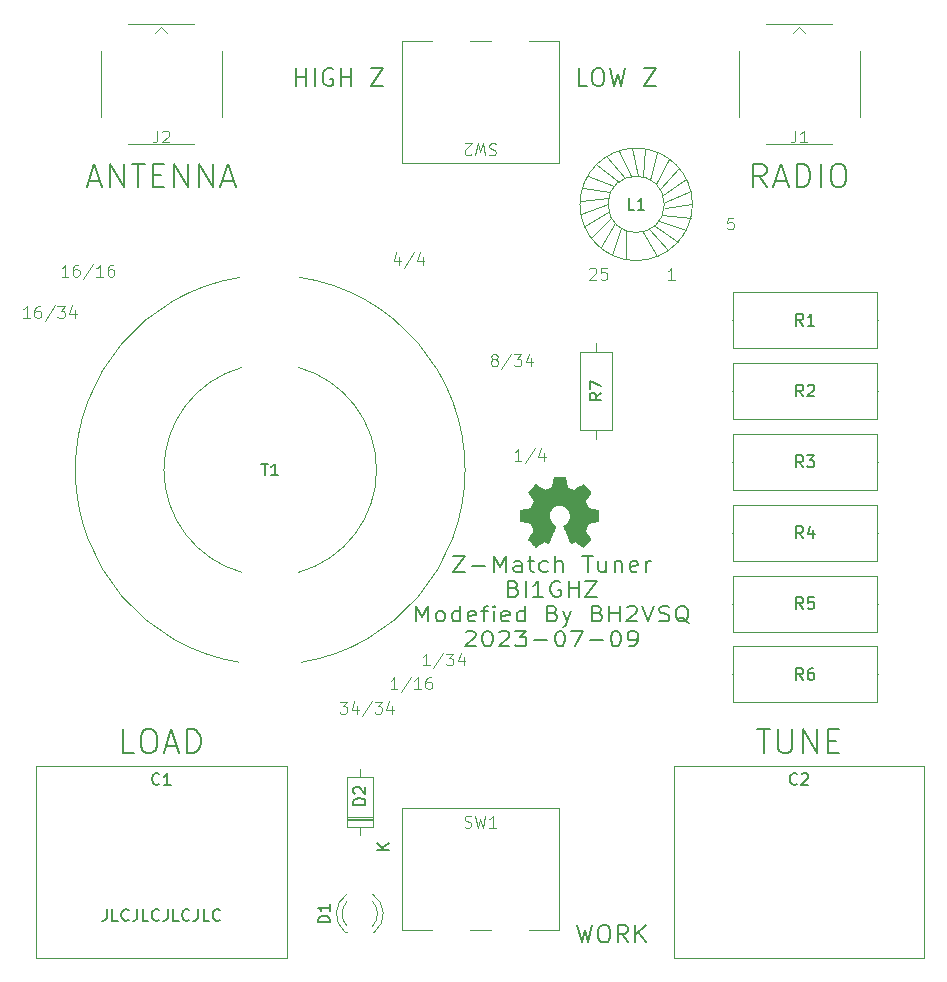
<source format=gbr>
%TF.GenerationSoftware,KiCad,Pcbnew,7.0.2*%
%TF.CreationDate,2023-07-09T20:18:23+08:00*%
%TF.ProjectId,z-match-2,7a2d6d61-7463-4682-9d32-2e6b69636164,rev?*%
%TF.SameCoordinates,Original*%
%TF.FileFunction,Legend,Top*%
%TF.FilePolarity,Positive*%
%FSLAX46Y46*%
G04 Gerber Fmt 4.6, Leading zero omitted, Abs format (unit mm)*
G04 Created by KiCad (PCBNEW 7.0.2) date 2023-07-09 20:18:23*
%MOMM*%
%LPD*%
G01*
G04 APERTURE LIST*
%ADD10C,0.150000*%
%ADD11C,0.200000*%
%ADD12C,0.100000*%
%ADD13C,0.120000*%
%ADD14C,0.010000*%
%ADD15C,0.050000*%
G04 APERTURE END LIST*
D10*
X84428570Y-66193928D02*
X84428570Y-64693928D01*
X84428570Y-65408214D02*
X85285713Y-65408214D01*
X85285713Y-66193928D02*
X85285713Y-64693928D01*
X85999999Y-66193928D02*
X85999999Y-64693928D01*
X87500000Y-64765357D02*
X87357143Y-64693928D01*
X87357143Y-64693928D02*
X87142857Y-64693928D01*
X87142857Y-64693928D02*
X86928571Y-64765357D01*
X86928571Y-64765357D02*
X86785714Y-64908214D01*
X86785714Y-64908214D02*
X86714285Y-65051071D01*
X86714285Y-65051071D02*
X86642857Y-65336785D01*
X86642857Y-65336785D02*
X86642857Y-65551071D01*
X86642857Y-65551071D02*
X86714285Y-65836785D01*
X86714285Y-65836785D02*
X86785714Y-65979642D01*
X86785714Y-65979642D02*
X86928571Y-66122500D01*
X86928571Y-66122500D02*
X87142857Y-66193928D01*
X87142857Y-66193928D02*
X87285714Y-66193928D01*
X87285714Y-66193928D02*
X87500000Y-66122500D01*
X87500000Y-66122500D02*
X87571428Y-66051071D01*
X87571428Y-66051071D02*
X87571428Y-65551071D01*
X87571428Y-65551071D02*
X87285714Y-65551071D01*
X88214285Y-66193928D02*
X88214285Y-64693928D01*
X88214285Y-65408214D02*
X89071428Y-65408214D01*
X89071428Y-66193928D02*
X89071428Y-64693928D01*
X90785714Y-64693928D02*
X91785714Y-64693928D01*
X91785714Y-64693928D02*
X90785714Y-66193928D01*
X90785714Y-66193928D02*
X91785714Y-66193928D01*
X108214285Y-137193928D02*
X108571428Y-138693928D01*
X108571428Y-138693928D02*
X108857142Y-137622500D01*
X108857142Y-137622500D02*
X109142857Y-138693928D01*
X109142857Y-138693928D02*
X109500000Y-137193928D01*
X110357143Y-137193928D02*
X110642857Y-137193928D01*
X110642857Y-137193928D02*
X110785714Y-137265357D01*
X110785714Y-137265357D02*
X110928571Y-137408214D01*
X110928571Y-137408214D02*
X111000000Y-137693928D01*
X111000000Y-137693928D02*
X111000000Y-138193928D01*
X111000000Y-138193928D02*
X110928571Y-138479642D01*
X110928571Y-138479642D02*
X110785714Y-138622500D01*
X110785714Y-138622500D02*
X110642857Y-138693928D01*
X110642857Y-138693928D02*
X110357143Y-138693928D01*
X110357143Y-138693928D02*
X110214286Y-138622500D01*
X110214286Y-138622500D02*
X110071428Y-138479642D01*
X110071428Y-138479642D02*
X110000000Y-138193928D01*
X110000000Y-138193928D02*
X110000000Y-137693928D01*
X110000000Y-137693928D02*
X110071428Y-137408214D01*
X110071428Y-137408214D02*
X110214286Y-137265357D01*
X110214286Y-137265357D02*
X110357143Y-137193928D01*
X112500000Y-138693928D02*
X112000000Y-137979642D01*
X111642857Y-138693928D02*
X111642857Y-137193928D01*
X111642857Y-137193928D02*
X112214286Y-137193928D01*
X112214286Y-137193928D02*
X112357143Y-137265357D01*
X112357143Y-137265357D02*
X112428572Y-137336785D01*
X112428572Y-137336785D02*
X112500000Y-137479642D01*
X112500000Y-137479642D02*
X112500000Y-137693928D01*
X112500000Y-137693928D02*
X112428572Y-137836785D01*
X112428572Y-137836785D02*
X112357143Y-137908214D01*
X112357143Y-137908214D02*
X112214286Y-137979642D01*
X112214286Y-137979642D02*
X111642857Y-137979642D01*
X113142857Y-138693928D02*
X113142857Y-137193928D01*
X114000000Y-138693928D02*
X113357143Y-137836785D01*
X114000000Y-137193928D02*
X113142857Y-138051071D01*
X66857142Y-74183809D02*
X67809523Y-74183809D01*
X66666666Y-74755238D02*
X67333332Y-72755238D01*
X67333332Y-72755238D02*
X67999999Y-74755238D01*
X68666666Y-74755238D02*
X68666666Y-72755238D01*
X68666666Y-72755238D02*
X69809523Y-74755238D01*
X69809523Y-74755238D02*
X69809523Y-72755238D01*
X70476190Y-72755238D02*
X71619047Y-72755238D01*
X71047618Y-74755238D02*
X71047618Y-72755238D01*
X72285714Y-73707619D02*
X72952381Y-73707619D01*
X73238095Y-74755238D02*
X72285714Y-74755238D01*
X72285714Y-74755238D02*
X72285714Y-72755238D01*
X72285714Y-72755238D02*
X73238095Y-72755238D01*
X74095238Y-74755238D02*
X74095238Y-72755238D01*
X74095238Y-72755238D02*
X75238095Y-74755238D01*
X75238095Y-74755238D02*
X75238095Y-72755238D01*
X76190476Y-74755238D02*
X76190476Y-72755238D01*
X76190476Y-72755238D02*
X77333333Y-74755238D01*
X77333333Y-74755238D02*
X77333333Y-72755238D01*
X78190476Y-74183809D02*
X79142857Y-74183809D01*
X78000000Y-74755238D02*
X78666666Y-72755238D01*
X78666666Y-72755238D02*
X79333333Y-74755238D01*
X109071428Y-66193928D02*
X108357142Y-66193928D01*
X108357142Y-66193928D02*
X108357142Y-64693928D01*
X109857143Y-64693928D02*
X110142857Y-64693928D01*
X110142857Y-64693928D02*
X110285714Y-64765357D01*
X110285714Y-64765357D02*
X110428571Y-64908214D01*
X110428571Y-64908214D02*
X110500000Y-65193928D01*
X110500000Y-65193928D02*
X110500000Y-65693928D01*
X110500000Y-65693928D02*
X110428571Y-65979642D01*
X110428571Y-65979642D02*
X110285714Y-66122500D01*
X110285714Y-66122500D02*
X110142857Y-66193928D01*
X110142857Y-66193928D02*
X109857143Y-66193928D01*
X109857143Y-66193928D02*
X109714286Y-66122500D01*
X109714286Y-66122500D02*
X109571428Y-65979642D01*
X109571428Y-65979642D02*
X109500000Y-65693928D01*
X109500000Y-65693928D02*
X109500000Y-65193928D01*
X109500000Y-65193928D02*
X109571428Y-64908214D01*
X109571428Y-64908214D02*
X109714286Y-64765357D01*
X109714286Y-64765357D02*
X109857143Y-64693928D01*
X111000000Y-64693928D02*
X111357143Y-66193928D01*
X111357143Y-66193928D02*
X111642857Y-65122500D01*
X111642857Y-65122500D02*
X111928572Y-66193928D01*
X111928572Y-66193928D02*
X112285715Y-64693928D01*
X113857143Y-64693928D02*
X114857143Y-64693928D01*
X114857143Y-64693928D02*
X113857143Y-66193928D01*
X113857143Y-66193928D02*
X114857143Y-66193928D01*
D11*
X97723571Y-105997404D02*
X98723571Y-105997404D01*
X98723571Y-105997404D02*
X97723571Y-107297404D01*
X97723571Y-107297404D02*
X98723571Y-107297404D01*
X99294999Y-106802166D02*
X100437857Y-106802166D01*
X101152142Y-107297404D02*
X101152142Y-105997404D01*
X101152142Y-105997404D02*
X101652142Y-106925976D01*
X101652142Y-106925976D02*
X102152142Y-105997404D01*
X102152142Y-105997404D02*
X102152142Y-107297404D01*
X103509286Y-107297404D02*
X103509286Y-106616452D01*
X103509286Y-106616452D02*
X103437857Y-106492642D01*
X103437857Y-106492642D02*
X103295000Y-106430738D01*
X103295000Y-106430738D02*
X103009286Y-106430738D01*
X103009286Y-106430738D02*
X102866428Y-106492642D01*
X103509286Y-107235500D02*
X103366428Y-107297404D01*
X103366428Y-107297404D02*
X103009286Y-107297404D01*
X103009286Y-107297404D02*
X102866428Y-107235500D01*
X102866428Y-107235500D02*
X102795000Y-107111690D01*
X102795000Y-107111690D02*
X102795000Y-106987880D01*
X102795000Y-106987880D02*
X102866428Y-106864071D01*
X102866428Y-106864071D02*
X103009286Y-106802166D01*
X103009286Y-106802166D02*
X103366428Y-106802166D01*
X103366428Y-106802166D02*
X103509286Y-106740261D01*
X104009286Y-106430738D02*
X104580714Y-106430738D01*
X104223571Y-105997404D02*
X104223571Y-107111690D01*
X104223571Y-107111690D02*
X104295000Y-107235500D01*
X104295000Y-107235500D02*
X104437857Y-107297404D01*
X104437857Y-107297404D02*
X104580714Y-107297404D01*
X105723572Y-107235500D02*
X105580714Y-107297404D01*
X105580714Y-107297404D02*
X105295000Y-107297404D01*
X105295000Y-107297404D02*
X105152143Y-107235500D01*
X105152143Y-107235500D02*
X105080714Y-107173595D01*
X105080714Y-107173595D02*
X105009286Y-107049785D01*
X105009286Y-107049785D02*
X105009286Y-106678357D01*
X105009286Y-106678357D02*
X105080714Y-106554547D01*
X105080714Y-106554547D02*
X105152143Y-106492642D01*
X105152143Y-106492642D02*
X105295000Y-106430738D01*
X105295000Y-106430738D02*
X105580714Y-106430738D01*
X105580714Y-106430738D02*
X105723572Y-106492642D01*
X106366428Y-107297404D02*
X106366428Y-105997404D01*
X107009286Y-107297404D02*
X107009286Y-106616452D01*
X107009286Y-106616452D02*
X106937857Y-106492642D01*
X106937857Y-106492642D02*
X106795000Y-106430738D01*
X106795000Y-106430738D02*
X106580714Y-106430738D01*
X106580714Y-106430738D02*
X106437857Y-106492642D01*
X106437857Y-106492642D02*
X106366428Y-106554547D01*
X108652143Y-105997404D02*
X109509286Y-105997404D01*
X109080714Y-107297404D02*
X109080714Y-105997404D01*
X110652143Y-106430738D02*
X110652143Y-107297404D01*
X110009285Y-106430738D02*
X110009285Y-107111690D01*
X110009285Y-107111690D02*
X110080714Y-107235500D01*
X110080714Y-107235500D02*
X110223571Y-107297404D01*
X110223571Y-107297404D02*
X110437857Y-107297404D01*
X110437857Y-107297404D02*
X110580714Y-107235500D01*
X110580714Y-107235500D02*
X110652143Y-107173595D01*
X111366428Y-106430738D02*
X111366428Y-107297404D01*
X111366428Y-106554547D02*
X111437857Y-106492642D01*
X111437857Y-106492642D02*
X111580714Y-106430738D01*
X111580714Y-106430738D02*
X111795000Y-106430738D01*
X111795000Y-106430738D02*
X111937857Y-106492642D01*
X111937857Y-106492642D02*
X112009286Y-106616452D01*
X112009286Y-106616452D02*
X112009286Y-107297404D01*
X113295000Y-107235500D02*
X113152143Y-107297404D01*
X113152143Y-107297404D02*
X112866429Y-107297404D01*
X112866429Y-107297404D02*
X112723571Y-107235500D01*
X112723571Y-107235500D02*
X112652143Y-107111690D01*
X112652143Y-107111690D02*
X112652143Y-106616452D01*
X112652143Y-106616452D02*
X112723571Y-106492642D01*
X112723571Y-106492642D02*
X112866429Y-106430738D01*
X112866429Y-106430738D02*
X113152143Y-106430738D01*
X113152143Y-106430738D02*
X113295000Y-106492642D01*
X113295000Y-106492642D02*
X113366429Y-106616452D01*
X113366429Y-106616452D02*
X113366429Y-106740261D01*
X113366429Y-106740261D02*
X112652143Y-106864071D01*
X114009285Y-107297404D02*
X114009285Y-106430738D01*
X114009285Y-106678357D02*
X114080714Y-106554547D01*
X114080714Y-106554547D02*
X114152143Y-106492642D01*
X114152143Y-106492642D02*
X114295000Y-106430738D01*
X114295000Y-106430738D02*
X114437857Y-106430738D01*
X102830714Y-108722452D02*
X103045000Y-108784357D01*
X103045000Y-108784357D02*
X103116429Y-108846261D01*
X103116429Y-108846261D02*
X103187857Y-108970071D01*
X103187857Y-108970071D02*
X103187857Y-109155785D01*
X103187857Y-109155785D02*
X103116429Y-109279595D01*
X103116429Y-109279595D02*
X103045000Y-109341500D01*
X103045000Y-109341500D02*
X102902143Y-109403404D01*
X102902143Y-109403404D02*
X102330714Y-109403404D01*
X102330714Y-109403404D02*
X102330714Y-108103404D01*
X102330714Y-108103404D02*
X102830714Y-108103404D01*
X102830714Y-108103404D02*
X102973572Y-108165309D01*
X102973572Y-108165309D02*
X103045000Y-108227214D01*
X103045000Y-108227214D02*
X103116429Y-108351023D01*
X103116429Y-108351023D02*
X103116429Y-108474833D01*
X103116429Y-108474833D02*
X103045000Y-108598642D01*
X103045000Y-108598642D02*
X102973572Y-108660547D01*
X102973572Y-108660547D02*
X102830714Y-108722452D01*
X102830714Y-108722452D02*
X102330714Y-108722452D01*
X103830714Y-109403404D02*
X103830714Y-108103404D01*
X105330715Y-109403404D02*
X104473572Y-109403404D01*
X104902143Y-109403404D02*
X104902143Y-108103404D01*
X104902143Y-108103404D02*
X104759286Y-108289119D01*
X104759286Y-108289119D02*
X104616429Y-108412928D01*
X104616429Y-108412928D02*
X104473572Y-108474833D01*
X106759286Y-108165309D02*
X106616429Y-108103404D01*
X106616429Y-108103404D02*
X106402143Y-108103404D01*
X106402143Y-108103404D02*
X106187857Y-108165309D01*
X106187857Y-108165309D02*
X106045000Y-108289119D01*
X106045000Y-108289119D02*
X105973571Y-108412928D01*
X105973571Y-108412928D02*
X105902143Y-108660547D01*
X105902143Y-108660547D02*
X105902143Y-108846261D01*
X105902143Y-108846261D02*
X105973571Y-109093880D01*
X105973571Y-109093880D02*
X106045000Y-109217690D01*
X106045000Y-109217690D02*
X106187857Y-109341500D01*
X106187857Y-109341500D02*
X106402143Y-109403404D01*
X106402143Y-109403404D02*
X106545000Y-109403404D01*
X106545000Y-109403404D02*
X106759286Y-109341500D01*
X106759286Y-109341500D02*
X106830714Y-109279595D01*
X106830714Y-109279595D02*
X106830714Y-108846261D01*
X106830714Y-108846261D02*
X106545000Y-108846261D01*
X107473571Y-109403404D02*
X107473571Y-108103404D01*
X107473571Y-108722452D02*
X108330714Y-108722452D01*
X108330714Y-109403404D02*
X108330714Y-108103404D01*
X108902143Y-108103404D02*
X109902143Y-108103404D01*
X109902143Y-108103404D02*
X108902143Y-109403404D01*
X108902143Y-109403404D02*
X109902143Y-109403404D01*
X94580714Y-111509404D02*
X94580714Y-110209404D01*
X94580714Y-110209404D02*
X95080714Y-111137976D01*
X95080714Y-111137976D02*
X95580714Y-110209404D01*
X95580714Y-110209404D02*
X95580714Y-111509404D01*
X96509286Y-111509404D02*
X96366429Y-111447500D01*
X96366429Y-111447500D02*
X96295000Y-111385595D01*
X96295000Y-111385595D02*
X96223572Y-111261785D01*
X96223572Y-111261785D02*
X96223572Y-110890357D01*
X96223572Y-110890357D02*
X96295000Y-110766547D01*
X96295000Y-110766547D02*
X96366429Y-110704642D01*
X96366429Y-110704642D02*
X96509286Y-110642738D01*
X96509286Y-110642738D02*
X96723572Y-110642738D01*
X96723572Y-110642738D02*
X96866429Y-110704642D01*
X96866429Y-110704642D02*
X96937858Y-110766547D01*
X96937858Y-110766547D02*
X97009286Y-110890357D01*
X97009286Y-110890357D02*
X97009286Y-111261785D01*
X97009286Y-111261785D02*
X96937858Y-111385595D01*
X96937858Y-111385595D02*
X96866429Y-111447500D01*
X96866429Y-111447500D02*
X96723572Y-111509404D01*
X96723572Y-111509404D02*
X96509286Y-111509404D01*
X98295001Y-111509404D02*
X98295001Y-110209404D01*
X98295001Y-111447500D02*
X98152143Y-111509404D01*
X98152143Y-111509404D02*
X97866429Y-111509404D01*
X97866429Y-111509404D02*
X97723572Y-111447500D01*
X97723572Y-111447500D02*
X97652143Y-111385595D01*
X97652143Y-111385595D02*
X97580715Y-111261785D01*
X97580715Y-111261785D02*
X97580715Y-110890357D01*
X97580715Y-110890357D02*
X97652143Y-110766547D01*
X97652143Y-110766547D02*
X97723572Y-110704642D01*
X97723572Y-110704642D02*
X97866429Y-110642738D01*
X97866429Y-110642738D02*
X98152143Y-110642738D01*
X98152143Y-110642738D02*
X98295001Y-110704642D01*
X99580715Y-111447500D02*
X99437858Y-111509404D01*
X99437858Y-111509404D02*
X99152144Y-111509404D01*
X99152144Y-111509404D02*
X99009286Y-111447500D01*
X99009286Y-111447500D02*
X98937858Y-111323690D01*
X98937858Y-111323690D02*
X98937858Y-110828452D01*
X98937858Y-110828452D02*
X99009286Y-110704642D01*
X99009286Y-110704642D02*
X99152144Y-110642738D01*
X99152144Y-110642738D02*
X99437858Y-110642738D01*
X99437858Y-110642738D02*
X99580715Y-110704642D01*
X99580715Y-110704642D02*
X99652144Y-110828452D01*
X99652144Y-110828452D02*
X99652144Y-110952261D01*
X99652144Y-110952261D02*
X98937858Y-111076071D01*
X100080715Y-110642738D02*
X100652143Y-110642738D01*
X100295000Y-111509404D02*
X100295000Y-110395119D01*
X100295000Y-110395119D02*
X100366429Y-110271309D01*
X100366429Y-110271309D02*
X100509286Y-110209404D01*
X100509286Y-110209404D02*
X100652143Y-110209404D01*
X101152143Y-111509404D02*
X101152143Y-110642738D01*
X101152143Y-110209404D02*
X101080715Y-110271309D01*
X101080715Y-110271309D02*
X101152143Y-110333214D01*
X101152143Y-110333214D02*
X101223572Y-110271309D01*
X101223572Y-110271309D02*
X101152143Y-110209404D01*
X101152143Y-110209404D02*
X101152143Y-110333214D01*
X102437858Y-111447500D02*
X102295001Y-111509404D01*
X102295001Y-111509404D02*
X102009287Y-111509404D01*
X102009287Y-111509404D02*
X101866429Y-111447500D01*
X101866429Y-111447500D02*
X101795001Y-111323690D01*
X101795001Y-111323690D02*
X101795001Y-110828452D01*
X101795001Y-110828452D02*
X101866429Y-110704642D01*
X101866429Y-110704642D02*
X102009287Y-110642738D01*
X102009287Y-110642738D02*
X102295001Y-110642738D01*
X102295001Y-110642738D02*
X102437858Y-110704642D01*
X102437858Y-110704642D02*
X102509287Y-110828452D01*
X102509287Y-110828452D02*
X102509287Y-110952261D01*
X102509287Y-110952261D02*
X101795001Y-111076071D01*
X103795001Y-111509404D02*
X103795001Y-110209404D01*
X103795001Y-111447500D02*
X103652143Y-111509404D01*
X103652143Y-111509404D02*
X103366429Y-111509404D01*
X103366429Y-111509404D02*
X103223572Y-111447500D01*
X103223572Y-111447500D02*
X103152143Y-111385595D01*
X103152143Y-111385595D02*
X103080715Y-111261785D01*
X103080715Y-111261785D02*
X103080715Y-110890357D01*
X103080715Y-110890357D02*
X103152143Y-110766547D01*
X103152143Y-110766547D02*
X103223572Y-110704642D01*
X103223572Y-110704642D02*
X103366429Y-110642738D01*
X103366429Y-110642738D02*
X103652143Y-110642738D01*
X103652143Y-110642738D02*
X103795001Y-110704642D01*
X106152143Y-110828452D02*
X106366429Y-110890357D01*
X106366429Y-110890357D02*
X106437858Y-110952261D01*
X106437858Y-110952261D02*
X106509286Y-111076071D01*
X106509286Y-111076071D02*
X106509286Y-111261785D01*
X106509286Y-111261785D02*
X106437858Y-111385595D01*
X106437858Y-111385595D02*
X106366429Y-111447500D01*
X106366429Y-111447500D02*
X106223572Y-111509404D01*
X106223572Y-111509404D02*
X105652143Y-111509404D01*
X105652143Y-111509404D02*
X105652143Y-110209404D01*
X105652143Y-110209404D02*
X106152143Y-110209404D01*
X106152143Y-110209404D02*
X106295001Y-110271309D01*
X106295001Y-110271309D02*
X106366429Y-110333214D01*
X106366429Y-110333214D02*
X106437858Y-110457023D01*
X106437858Y-110457023D02*
X106437858Y-110580833D01*
X106437858Y-110580833D02*
X106366429Y-110704642D01*
X106366429Y-110704642D02*
X106295001Y-110766547D01*
X106295001Y-110766547D02*
X106152143Y-110828452D01*
X106152143Y-110828452D02*
X105652143Y-110828452D01*
X107009286Y-110642738D02*
X107366429Y-111509404D01*
X107723572Y-110642738D02*
X107366429Y-111509404D01*
X107366429Y-111509404D02*
X107223572Y-111818928D01*
X107223572Y-111818928D02*
X107152143Y-111880833D01*
X107152143Y-111880833D02*
X107009286Y-111942738D01*
X109937857Y-110828452D02*
X110152143Y-110890357D01*
X110152143Y-110890357D02*
X110223572Y-110952261D01*
X110223572Y-110952261D02*
X110295000Y-111076071D01*
X110295000Y-111076071D02*
X110295000Y-111261785D01*
X110295000Y-111261785D02*
X110223572Y-111385595D01*
X110223572Y-111385595D02*
X110152143Y-111447500D01*
X110152143Y-111447500D02*
X110009286Y-111509404D01*
X110009286Y-111509404D02*
X109437857Y-111509404D01*
X109437857Y-111509404D02*
X109437857Y-110209404D01*
X109437857Y-110209404D02*
X109937857Y-110209404D01*
X109937857Y-110209404D02*
X110080715Y-110271309D01*
X110080715Y-110271309D02*
X110152143Y-110333214D01*
X110152143Y-110333214D02*
X110223572Y-110457023D01*
X110223572Y-110457023D02*
X110223572Y-110580833D01*
X110223572Y-110580833D02*
X110152143Y-110704642D01*
X110152143Y-110704642D02*
X110080715Y-110766547D01*
X110080715Y-110766547D02*
X109937857Y-110828452D01*
X109937857Y-110828452D02*
X109437857Y-110828452D01*
X110937857Y-111509404D02*
X110937857Y-110209404D01*
X110937857Y-110828452D02*
X111795000Y-110828452D01*
X111795000Y-111509404D02*
X111795000Y-110209404D01*
X112437858Y-110333214D02*
X112509286Y-110271309D01*
X112509286Y-110271309D02*
X112652144Y-110209404D01*
X112652144Y-110209404D02*
X113009286Y-110209404D01*
X113009286Y-110209404D02*
X113152144Y-110271309D01*
X113152144Y-110271309D02*
X113223572Y-110333214D01*
X113223572Y-110333214D02*
X113295001Y-110457023D01*
X113295001Y-110457023D02*
X113295001Y-110580833D01*
X113295001Y-110580833D02*
X113223572Y-110766547D01*
X113223572Y-110766547D02*
X112366429Y-111509404D01*
X112366429Y-111509404D02*
X113295001Y-111509404D01*
X113723572Y-110209404D02*
X114223572Y-111509404D01*
X114223572Y-111509404D02*
X114723572Y-110209404D01*
X115152143Y-111447500D02*
X115366429Y-111509404D01*
X115366429Y-111509404D02*
X115723571Y-111509404D01*
X115723571Y-111509404D02*
X115866429Y-111447500D01*
X115866429Y-111447500D02*
X115937857Y-111385595D01*
X115937857Y-111385595D02*
X116009286Y-111261785D01*
X116009286Y-111261785D02*
X116009286Y-111137976D01*
X116009286Y-111137976D02*
X115937857Y-111014166D01*
X115937857Y-111014166D02*
X115866429Y-110952261D01*
X115866429Y-110952261D02*
X115723571Y-110890357D01*
X115723571Y-110890357D02*
X115437857Y-110828452D01*
X115437857Y-110828452D02*
X115295000Y-110766547D01*
X115295000Y-110766547D02*
X115223571Y-110704642D01*
X115223571Y-110704642D02*
X115152143Y-110580833D01*
X115152143Y-110580833D02*
X115152143Y-110457023D01*
X115152143Y-110457023D02*
X115223571Y-110333214D01*
X115223571Y-110333214D02*
X115295000Y-110271309D01*
X115295000Y-110271309D02*
X115437857Y-110209404D01*
X115437857Y-110209404D02*
X115795000Y-110209404D01*
X115795000Y-110209404D02*
X116009286Y-110271309D01*
X117652142Y-111633214D02*
X117509285Y-111571309D01*
X117509285Y-111571309D02*
X117366428Y-111447500D01*
X117366428Y-111447500D02*
X117152142Y-111261785D01*
X117152142Y-111261785D02*
X117009285Y-111199880D01*
X117009285Y-111199880D02*
X116866428Y-111199880D01*
X116937857Y-111509404D02*
X116795000Y-111447500D01*
X116795000Y-111447500D02*
X116652142Y-111323690D01*
X116652142Y-111323690D02*
X116580714Y-111076071D01*
X116580714Y-111076071D02*
X116580714Y-110642738D01*
X116580714Y-110642738D02*
X116652142Y-110395119D01*
X116652142Y-110395119D02*
X116795000Y-110271309D01*
X116795000Y-110271309D02*
X116937857Y-110209404D01*
X116937857Y-110209404D02*
X117223571Y-110209404D01*
X117223571Y-110209404D02*
X117366428Y-110271309D01*
X117366428Y-110271309D02*
X117509285Y-110395119D01*
X117509285Y-110395119D02*
X117580714Y-110642738D01*
X117580714Y-110642738D02*
X117580714Y-111076071D01*
X117580714Y-111076071D02*
X117509285Y-111323690D01*
X117509285Y-111323690D02*
X117366428Y-111447500D01*
X117366428Y-111447500D02*
X117223571Y-111509404D01*
X117223571Y-111509404D02*
X116937857Y-111509404D01*
X98759287Y-112439214D02*
X98830715Y-112377309D01*
X98830715Y-112377309D02*
X98973573Y-112315404D01*
X98973573Y-112315404D02*
X99330715Y-112315404D01*
X99330715Y-112315404D02*
X99473573Y-112377309D01*
X99473573Y-112377309D02*
X99545001Y-112439214D01*
X99545001Y-112439214D02*
X99616430Y-112563023D01*
X99616430Y-112563023D02*
X99616430Y-112686833D01*
X99616430Y-112686833D02*
X99545001Y-112872547D01*
X99545001Y-112872547D02*
X98687858Y-113615404D01*
X98687858Y-113615404D02*
X99616430Y-113615404D01*
X100545001Y-112315404D02*
X100687858Y-112315404D01*
X100687858Y-112315404D02*
X100830715Y-112377309D01*
X100830715Y-112377309D02*
X100902144Y-112439214D01*
X100902144Y-112439214D02*
X100973572Y-112563023D01*
X100973572Y-112563023D02*
X101045001Y-112810642D01*
X101045001Y-112810642D02*
X101045001Y-113120166D01*
X101045001Y-113120166D02*
X100973572Y-113367785D01*
X100973572Y-113367785D02*
X100902144Y-113491595D01*
X100902144Y-113491595D02*
X100830715Y-113553500D01*
X100830715Y-113553500D02*
X100687858Y-113615404D01*
X100687858Y-113615404D02*
X100545001Y-113615404D01*
X100545001Y-113615404D02*
X100402144Y-113553500D01*
X100402144Y-113553500D02*
X100330715Y-113491595D01*
X100330715Y-113491595D02*
X100259286Y-113367785D01*
X100259286Y-113367785D02*
X100187858Y-113120166D01*
X100187858Y-113120166D02*
X100187858Y-112810642D01*
X100187858Y-112810642D02*
X100259286Y-112563023D01*
X100259286Y-112563023D02*
X100330715Y-112439214D01*
X100330715Y-112439214D02*
X100402144Y-112377309D01*
X100402144Y-112377309D02*
X100545001Y-112315404D01*
X101616429Y-112439214D02*
X101687857Y-112377309D01*
X101687857Y-112377309D02*
X101830715Y-112315404D01*
X101830715Y-112315404D02*
X102187857Y-112315404D01*
X102187857Y-112315404D02*
X102330715Y-112377309D01*
X102330715Y-112377309D02*
X102402143Y-112439214D01*
X102402143Y-112439214D02*
X102473572Y-112563023D01*
X102473572Y-112563023D02*
X102473572Y-112686833D01*
X102473572Y-112686833D02*
X102402143Y-112872547D01*
X102402143Y-112872547D02*
X101545000Y-113615404D01*
X101545000Y-113615404D02*
X102473572Y-113615404D01*
X102973571Y-112315404D02*
X103902143Y-112315404D01*
X103902143Y-112315404D02*
X103402143Y-112810642D01*
X103402143Y-112810642D02*
X103616428Y-112810642D01*
X103616428Y-112810642D02*
X103759286Y-112872547D01*
X103759286Y-112872547D02*
X103830714Y-112934452D01*
X103830714Y-112934452D02*
X103902143Y-113058261D01*
X103902143Y-113058261D02*
X103902143Y-113367785D01*
X103902143Y-113367785D02*
X103830714Y-113491595D01*
X103830714Y-113491595D02*
X103759286Y-113553500D01*
X103759286Y-113553500D02*
X103616428Y-113615404D01*
X103616428Y-113615404D02*
X103187857Y-113615404D01*
X103187857Y-113615404D02*
X103045000Y-113553500D01*
X103045000Y-113553500D02*
X102973571Y-113491595D01*
X104544999Y-113120166D02*
X105687857Y-113120166D01*
X106687857Y-112315404D02*
X106830714Y-112315404D01*
X106830714Y-112315404D02*
X106973571Y-112377309D01*
X106973571Y-112377309D02*
X107045000Y-112439214D01*
X107045000Y-112439214D02*
X107116428Y-112563023D01*
X107116428Y-112563023D02*
X107187857Y-112810642D01*
X107187857Y-112810642D02*
X107187857Y-113120166D01*
X107187857Y-113120166D02*
X107116428Y-113367785D01*
X107116428Y-113367785D02*
X107045000Y-113491595D01*
X107045000Y-113491595D02*
X106973571Y-113553500D01*
X106973571Y-113553500D02*
X106830714Y-113615404D01*
X106830714Y-113615404D02*
X106687857Y-113615404D01*
X106687857Y-113615404D02*
X106545000Y-113553500D01*
X106545000Y-113553500D02*
X106473571Y-113491595D01*
X106473571Y-113491595D02*
X106402142Y-113367785D01*
X106402142Y-113367785D02*
X106330714Y-113120166D01*
X106330714Y-113120166D02*
X106330714Y-112810642D01*
X106330714Y-112810642D02*
X106402142Y-112563023D01*
X106402142Y-112563023D02*
X106473571Y-112439214D01*
X106473571Y-112439214D02*
X106545000Y-112377309D01*
X106545000Y-112377309D02*
X106687857Y-112315404D01*
X107687856Y-112315404D02*
X108687856Y-112315404D01*
X108687856Y-112315404D02*
X108044999Y-113615404D01*
X109259284Y-113120166D02*
X110402142Y-113120166D01*
X111402142Y-112315404D02*
X111544999Y-112315404D01*
X111544999Y-112315404D02*
X111687856Y-112377309D01*
X111687856Y-112377309D02*
X111759285Y-112439214D01*
X111759285Y-112439214D02*
X111830713Y-112563023D01*
X111830713Y-112563023D02*
X111902142Y-112810642D01*
X111902142Y-112810642D02*
X111902142Y-113120166D01*
X111902142Y-113120166D02*
X111830713Y-113367785D01*
X111830713Y-113367785D02*
X111759285Y-113491595D01*
X111759285Y-113491595D02*
X111687856Y-113553500D01*
X111687856Y-113553500D02*
X111544999Y-113615404D01*
X111544999Y-113615404D02*
X111402142Y-113615404D01*
X111402142Y-113615404D02*
X111259285Y-113553500D01*
X111259285Y-113553500D02*
X111187856Y-113491595D01*
X111187856Y-113491595D02*
X111116427Y-113367785D01*
X111116427Y-113367785D02*
X111044999Y-113120166D01*
X111044999Y-113120166D02*
X111044999Y-112810642D01*
X111044999Y-112810642D02*
X111116427Y-112563023D01*
X111116427Y-112563023D02*
X111187856Y-112439214D01*
X111187856Y-112439214D02*
X111259285Y-112377309D01*
X111259285Y-112377309D02*
X111402142Y-112315404D01*
X112616427Y-113615404D02*
X112902141Y-113615404D01*
X112902141Y-113615404D02*
X113044998Y-113553500D01*
X113044998Y-113553500D02*
X113116427Y-113491595D01*
X113116427Y-113491595D02*
X113259284Y-113305880D01*
X113259284Y-113305880D02*
X113330713Y-113058261D01*
X113330713Y-113058261D02*
X113330713Y-112563023D01*
X113330713Y-112563023D02*
X113259284Y-112439214D01*
X113259284Y-112439214D02*
X113187856Y-112377309D01*
X113187856Y-112377309D02*
X113044998Y-112315404D01*
X113044998Y-112315404D02*
X112759284Y-112315404D01*
X112759284Y-112315404D02*
X112616427Y-112377309D01*
X112616427Y-112377309D02*
X112544998Y-112439214D01*
X112544998Y-112439214D02*
X112473570Y-112563023D01*
X112473570Y-112563023D02*
X112473570Y-112872547D01*
X112473570Y-112872547D02*
X112544998Y-112996357D01*
X112544998Y-112996357D02*
X112616427Y-113058261D01*
X112616427Y-113058261D02*
X112759284Y-113120166D01*
X112759284Y-113120166D02*
X113044998Y-113120166D01*
X113044998Y-113120166D02*
X113187856Y-113058261D01*
X113187856Y-113058261D02*
X113259284Y-112996357D01*
X113259284Y-112996357D02*
X113330713Y-112872547D01*
D10*
X123428571Y-120645238D02*
X124571428Y-120645238D01*
X123999999Y-122645238D02*
X123999999Y-120645238D01*
X125238095Y-120645238D02*
X125238095Y-122264285D01*
X125238095Y-122264285D02*
X125333333Y-122454761D01*
X125333333Y-122454761D02*
X125428571Y-122550000D01*
X125428571Y-122550000D02*
X125619047Y-122645238D01*
X125619047Y-122645238D02*
X126000000Y-122645238D01*
X126000000Y-122645238D02*
X126190476Y-122550000D01*
X126190476Y-122550000D02*
X126285714Y-122454761D01*
X126285714Y-122454761D02*
X126380952Y-122264285D01*
X126380952Y-122264285D02*
X126380952Y-120645238D01*
X127333333Y-122645238D02*
X127333333Y-120645238D01*
X127333333Y-120645238D02*
X128476190Y-122645238D01*
X128476190Y-122645238D02*
X128476190Y-120645238D01*
X129428571Y-121597619D02*
X130095238Y-121597619D01*
X130380952Y-122645238D02*
X129428571Y-122645238D01*
X129428571Y-122645238D02*
X129428571Y-120645238D01*
X129428571Y-120645238D02*
X130380952Y-120645238D01*
X68380951Y-135877619D02*
X68380951Y-136591904D01*
X68380951Y-136591904D02*
X68333332Y-136734761D01*
X68333332Y-136734761D02*
X68238094Y-136830000D01*
X68238094Y-136830000D02*
X68095237Y-136877619D01*
X68095237Y-136877619D02*
X67999999Y-136877619D01*
X69333332Y-136877619D02*
X68857142Y-136877619D01*
X68857142Y-136877619D02*
X68857142Y-135877619D01*
X70238094Y-136782380D02*
X70190475Y-136830000D01*
X70190475Y-136830000D02*
X70047618Y-136877619D01*
X70047618Y-136877619D02*
X69952380Y-136877619D01*
X69952380Y-136877619D02*
X69809523Y-136830000D01*
X69809523Y-136830000D02*
X69714285Y-136734761D01*
X69714285Y-136734761D02*
X69666666Y-136639523D01*
X69666666Y-136639523D02*
X69619047Y-136449047D01*
X69619047Y-136449047D02*
X69619047Y-136306190D01*
X69619047Y-136306190D02*
X69666666Y-136115714D01*
X69666666Y-136115714D02*
X69714285Y-136020476D01*
X69714285Y-136020476D02*
X69809523Y-135925238D01*
X69809523Y-135925238D02*
X69952380Y-135877619D01*
X69952380Y-135877619D02*
X70047618Y-135877619D01*
X70047618Y-135877619D02*
X70190475Y-135925238D01*
X70190475Y-135925238D02*
X70238094Y-135972857D01*
X70952380Y-135877619D02*
X70952380Y-136591904D01*
X70952380Y-136591904D02*
X70904761Y-136734761D01*
X70904761Y-136734761D02*
X70809523Y-136830000D01*
X70809523Y-136830000D02*
X70666666Y-136877619D01*
X70666666Y-136877619D02*
X70571428Y-136877619D01*
X71904761Y-136877619D02*
X71428571Y-136877619D01*
X71428571Y-136877619D02*
X71428571Y-135877619D01*
X72809523Y-136782380D02*
X72761904Y-136830000D01*
X72761904Y-136830000D02*
X72619047Y-136877619D01*
X72619047Y-136877619D02*
X72523809Y-136877619D01*
X72523809Y-136877619D02*
X72380952Y-136830000D01*
X72380952Y-136830000D02*
X72285714Y-136734761D01*
X72285714Y-136734761D02*
X72238095Y-136639523D01*
X72238095Y-136639523D02*
X72190476Y-136449047D01*
X72190476Y-136449047D02*
X72190476Y-136306190D01*
X72190476Y-136306190D02*
X72238095Y-136115714D01*
X72238095Y-136115714D02*
X72285714Y-136020476D01*
X72285714Y-136020476D02*
X72380952Y-135925238D01*
X72380952Y-135925238D02*
X72523809Y-135877619D01*
X72523809Y-135877619D02*
X72619047Y-135877619D01*
X72619047Y-135877619D02*
X72761904Y-135925238D01*
X72761904Y-135925238D02*
X72809523Y-135972857D01*
X73523809Y-135877619D02*
X73523809Y-136591904D01*
X73523809Y-136591904D02*
X73476190Y-136734761D01*
X73476190Y-136734761D02*
X73380952Y-136830000D01*
X73380952Y-136830000D02*
X73238095Y-136877619D01*
X73238095Y-136877619D02*
X73142857Y-136877619D01*
X74476190Y-136877619D02*
X74000000Y-136877619D01*
X74000000Y-136877619D02*
X74000000Y-135877619D01*
X75380952Y-136782380D02*
X75333333Y-136830000D01*
X75333333Y-136830000D02*
X75190476Y-136877619D01*
X75190476Y-136877619D02*
X75095238Y-136877619D01*
X75095238Y-136877619D02*
X74952381Y-136830000D01*
X74952381Y-136830000D02*
X74857143Y-136734761D01*
X74857143Y-136734761D02*
X74809524Y-136639523D01*
X74809524Y-136639523D02*
X74761905Y-136449047D01*
X74761905Y-136449047D02*
X74761905Y-136306190D01*
X74761905Y-136306190D02*
X74809524Y-136115714D01*
X74809524Y-136115714D02*
X74857143Y-136020476D01*
X74857143Y-136020476D02*
X74952381Y-135925238D01*
X74952381Y-135925238D02*
X75095238Y-135877619D01*
X75095238Y-135877619D02*
X75190476Y-135877619D01*
X75190476Y-135877619D02*
X75333333Y-135925238D01*
X75333333Y-135925238D02*
X75380952Y-135972857D01*
X76095238Y-135877619D02*
X76095238Y-136591904D01*
X76095238Y-136591904D02*
X76047619Y-136734761D01*
X76047619Y-136734761D02*
X75952381Y-136830000D01*
X75952381Y-136830000D02*
X75809524Y-136877619D01*
X75809524Y-136877619D02*
X75714286Y-136877619D01*
X77047619Y-136877619D02*
X76571429Y-136877619D01*
X76571429Y-136877619D02*
X76571429Y-135877619D01*
X77952381Y-136782380D02*
X77904762Y-136830000D01*
X77904762Y-136830000D02*
X77761905Y-136877619D01*
X77761905Y-136877619D02*
X77666667Y-136877619D01*
X77666667Y-136877619D02*
X77523810Y-136830000D01*
X77523810Y-136830000D02*
X77428572Y-136734761D01*
X77428572Y-136734761D02*
X77380953Y-136639523D01*
X77380953Y-136639523D02*
X77333334Y-136449047D01*
X77333334Y-136449047D02*
X77333334Y-136306190D01*
X77333334Y-136306190D02*
X77380953Y-136115714D01*
X77380953Y-136115714D02*
X77428572Y-136020476D01*
X77428572Y-136020476D02*
X77523810Y-135925238D01*
X77523810Y-135925238D02*
X77666667Y-135877619D01*
X77666667Y-135877619D02*
X77761905Y-135877619D01*
X77761905Y-135877619D02*
X77904762Y-135925238D01*
X77904762Y-135925238D02*
X77952381Y-135972857D01*
X70714285Y-122645238D02*
X69761904Y-122645238D01*
X69761904Y-122645238D02*
X69761904Y-120645238D01*
X71761904Y-120645238D02*
X72142857Y-120645238D01*
X72142857Y-120645238D02*
X72333333Y-120740476D01*
X72333333Y-120740476D02*
X72523809Y-120930952D01*
X72523809Y-120930952D02*
X72619047Y-121311904D01*
X72619047Y-121311904D02*
X72619047Y-121978571D01*
X72619047Y-121978571D02*
X72523809Y-122359523D01*
X72523809Y-122359523D02*
X72333333Y-122550000D01*
X72333333Y-122550000D02*
X72142857Y-122645238D01*
X72142857Y-122645238D02*
X71761904Y-122645238D01*
X71761904Y-122645238D02*
X71571428Y-122550000D01*
X71571428Y-122550000D02*
X71380952Y-122359523D01*
X71380952Y-122359523D02*
X71285714Y-121978571D01*
X71285714Y-121978571D02*
X71285714Y-121311904D01*
X71285714Y-121311904D02*
X71380952Y-120930952D01*
X71380952Y-120930952D02*
X71571428Y-120740476D01*
X71571428Y-120740476D02*
X71761904Y-120645238D01*
X73380952Y-122073809D02*
X74333333Y-122073809D01*
X73190476Y-122645238D02*
X73857142Y-120645238D01*
X73857142Y-120645238D02*
X74523809Y-122645238D01*
X75190476Y-122645238D02*
X75190476Y-120645238D01*
X75190476Y-120645238D02*
X75666666Y-120645238D01*
X75666666Y-120645238D02*
X75952381Y-120740476D01*
X75952381Y-120740476D02*
X76142857Y-120930952D01*
X76142857Y-120930952D02*
X76238095Y-121121428D01*
X76238095Y-121121428D02*
X76333333Y-121502380D01*
X76333333Y-121502380D02*
X76333333Y-121788095D01*
X76333333Y-121788095D02*
X76238095Y-122169047D01*
X76238095Y-122169047D02*
X76142857Y-122359523D01*
X76142857Y-122359523D02*
X75952381Y-122550000D01*
X75952381Y-122550000D02*
X75666666Y-122645238D01*
X75666666Y-122645238D02*
X75190476Y-122645238D01*
X124238095Y-74755238D02*
X123571428Y-73802857D01*
X123095238Y-74755238D02*
X123095238Y-72755238D01*
X123095238Y-72755238D02*
X123857143Y-72755238D01*
X123857143Y-72755238D02*
X124047619Y-72850476D01*
X124047619Y-72850476D02*
X124142857Y-72945714D01*
X124142857Y-72945714D02*
X124238095Y-73136190D01*
X124238095Y-73136190D02*
X124238095Y-73421904D01*
X124238095Y-73421904D02*
X124142857Y-73612380D01*
X124142857Y-73612380D02*
X124047619Y-73707619D01*
X124047619Y-73707619D02*
X123857143Y-73802857D01*
X123857143Y-73802857D02*
X123095238Y-73802857D01*
X125000000Y-74183809D02*
X125952381Y-74183809D01*
X124809524Y-74755238D02*
X125476190Y-72755238D01*
X125476190Y-72755238D02*
X126142857Y-74755238D01*
X126809524Y-74755238D02*
X126809524Y-72755238D01*
X126809524Y-72755238D02*
X127285714Y-72755238D01*
X127285714Y-72755238D02*
X127571429Y-72850476D01*
X127571429Y-72850476D02*
X127761905Y-73040952D01*
X127761905Y-73040952D02*
X127857143Y-73231428D01*
X127857143Y-73231428D02*
X127952381Y-73612380D01*
X127952381Y-73612380D02*
X127952381Y-73898095D01*
X127952381Y-73898095D02*
X127857143Y-74279047D01*
X127857143Y-74279047D02*
X127761905Y-74469523D01*
X127761905Y-74469523D02*
X127571429Y-74660000D01*
X127571429Y-74660000D02*
X127285714Y-74755238D01*
X127285714Y-74755238D02*
X126809524Y-74755238D01*
X128809524Y-74755238D02*
X128809524Y-72755238D01*
X130142857Y-72755238D02*
X130523810Y-72755238D01*
X130523810Y-72755238D02*
X130714286Y-72850476D01*
X130714286Y-72850476D02*
X130904762Y-73040952D01*
X130904762Y-73040952D02*
X131000000Y-73421904D01*
X131000000Y-73421904D02*
X131000000Y-74088571D01*
X131000000Y-74088571D02*
X130904762Y-74469523D01*
X130904762Y-74469523D02*
X130714286Y-74660000D01*
X130714286Y-74660000D02*
X130523810Y-74755238D01*
X130523810Y-74755238D02*
X130142857Y-74755238D01*
X130142857Y-74755238D02*
X129952381Y-74660000D01*
X129952381Y-74660000D02*
X129761905Y-74469523D01*
X129761905Y-74469523D02*
X129666667Y-74088571D01*
X129666667Y-74088571D02*
X129666667Y-73421904D01*
X129666667Y-73421904D02*
X129761905Y-73040952D01*
X129761905Y-73040952D02*
X129952381Y-72850476D01*
X129952381Y-72850476D02*
X130142857Y-72755238D01*
X90262619Y-127038094D02*
X89262619Y-127038094D01*
X89262619Y-127038094D02*
X89262619Y-126799999D01*
X89262619Y-126799999D02*
X89310238Y-126657142D01*
X89310238Y-126657142D02*
X89405476Y-126561904D01*
X89405476Y-126561904D02*
X89500714Y-126514285D01*
X89500714Y-126514285D02*
X89691190Y-126466666D01*
X89691190Y-126466666D02*
X89834047Y-126466666D01*
X89834047Y-126466666D02*
X90024523Y-126514285D01*
X90024523Y-126514285D02*
X90119761Y-126561904D01*
X90119761Y-126561904D02*
X90215000Y-126657142D01*
X90215000Y-126657142D02*
X90262619Y-126799999D01*
X90262619Y-126799999D02*
X90262619Y-127038094D01*
X89357857Y-126085713D02*
X89310238Y-126038094D01*
X89310238Y-126038094D02*
X89262619Y-125942856D01*
X89262619Y-125942856D02*
X89262619Y-125704761D01*
X89262619Y-125704761D02*
X89310238Y-125609523D01*
X89310238Y-125609523D02*
X89357857Y-125561904D01*
X89357857Y-125561904D02*
X89453095Y-125514285D01*
X89453095Y-125514285D02*
X89548333Y-125514285D01*
X89548333Y-125514285D02*
X89691190Y-125561904D01*
X89691190Y-125561904D02*
X90262619Y-126133332D01*
X90262619Y-126133332D02*
X90262619Y-125514285D01*
X92262619Y-130871904D02*
X91262619Y-130871904D01*
X92262619Y-130300476D02*
X91691190Y-130729047D01*
X91262619Y-130300476D02*
X91834047Y-130871904D01*
X72833333Y-125267380D02*
X72785714Y-125315000D01*
X72785714Y-125315000D02*
X72642857Y-125362619D01*
X72642857Y-125362619D02*
X72547619Y-125362619D01*
X72547619Y-125362619D02*
X72404762Y-125315000D01*
X72404762Y-125315000D02*
X72309524Y-125219761D01*
X72309524Y-125219761D02*
X72261905Y-125124523D01*
X72261905Y-125124523D02*
X72214286Y-124934047D01*
X72214286Y-124934047D02*
X72214286Y-124791190D01*
X72214286Y-124791190D02*
X72261905Y-124600714D01*
X72261905Y-124600714D02*
X72309524Y-124505476D01*
X72309524Y-124505476D02*
X72404762Y-124410238D01*
X72404762Y-124410238D02*
X72547619Y-124362619D01*
X72547619Y-124362619D02*
X72642857Y-124362619D01*
X72642857Y-124362619D02*
X72785714Y-124410238D01*
X72785714Y-124410238D02*
X72833333Y-124457857D01*
X73785714Y-125362619D02*
X73214286Y-125362619D01*
X73500000Y-125362619D02*
X73500000Y-124362619D01*
X73500000Y-124362619D02*
X73404762Y-124505476D01*
X73404762Y-124505476D02*
X73309524Y-124600714D01*
X73309524Y-124600714D02*
X73214286Y-124648333D01*
X87262619Y-137003094D02*
X86262619Y-137003094D01*
X86262619Y-137003094D02*
X86262619Y-136764999D01*
X86262619Y-136764999D02*
X86310238Y-136622142D01*
X86310238Y-136622142D02*
X86405476Y-136526904D01*
X86405476Y-136526904D02*
X86500714Y-136479285D01*
X86500714Y-136479285D02*
X86691190Y-136431666D01*
X86691190Y-136431666D02*
X86834047Y-136431666D01*
X86834047Y-136431666D02*
X87024523Y-136479285D01*
X87024523Y-136479285D02*
X87119761Y-136526904D01*
X87119761Y-136526904D02*
X87215000Y-136622142D01*
X87215000Y-136622142D02*
X87262619Y-136764999D01*
X87262619Y-136764999D02*
X87262619Y-137003094D01*
X87262619Y-135479285D02*
X87262619Y-136050713D01*
X87262619Y-135764999D02*
X86262619Y-135764999D01*
X86262619Y-135764999D02*
X86405476Y-135860237D01*
X86405476Y-135860237D02*
X86500714Y-135955475D01*
X86500714Y-135955475D02*
X86548333Y-136050713D01*
X127333333Y-92462619D02*
X127000000Y-91986428D01*
X126761905Y-92462619D02*
X126761905Y-91462619D01*
X126761905Y-91462619D02*
X127142857Y-91462619D01*
X127142857Y-91462619D02*
X127238095Y-91510238D01*
X127238095Y-91510238D02*
X127285714Y-91557857D01*
X127285714Y-91557857D02*
X127333333Y-91653095D01*
X127333333Y-91653095D02*
X127333333Y-91795952D01*
X127333333Y-91795952D02*
X127285714Y-91891190D01*
X127285714Y-91891190D02*
X127238095Y-91938809D01*
X127238095Y-91938809D02*
X127142857Y-91986428D01*
X127142857Y-91986428D02*
X126761905Y-91986428D01*
X127714286Y-91557857D02*
X127761905Y-91510238D01*
X127761905Y-91510238D02*
X127857143Y-91462619D01*
X127857143Y-91462619D02*
X128095238Y-91462619D01*
X128095238Y-91462619D02*
X128190476Y-91510238D01*
X128190476Y-91510238D02*
X128238095Y-91557857D01*
X128238095Y-91557857D02*
X128285714Y-91653095D01*
X128285714Y-91653095D02*
X128285714Y-91748333D01*
X128285714Y-91748333D02*
X128238095Y-91891190D01*
X128238095Y-91891190D02*
X127666667Y-92462619D01*
X127666667Y-92462619D02*
X128285714Y-92462619D01*
X110262619Y-92166666D02*
X109786428Y-92499999D01*
X110262619Y-92738094D02*
X109262619Y-92738094D01*
X109262619Y-92738094D02*
X109262619Y-92357142D01*
X109262619Y-92357142D02*
X109310238Y-92261904D01*
X109310238Y-92261904D02*
X109357857Y-92214285D01*
X109357857Y-92214285D02*
X109453095Y-92166666D01*
X109453095Y-92166666D02*
X109595952Y-92166666D01*
X109595952Y-92166666D02*
X109691190Y-92214285D01*
X109691190Y-92214285D02*
X109738809Y-92261904D01*
X109738809Y-92261904D02*
X109786428Y-92357142D01*
X109786428Y-92357142D02*
X109786428Y-92738094D01*
X109262619Y-91833332D02*
X109262619Y-91166666D01*
X109262619Y-91166666D02*
X110262619Y-91595237D01*
X127333333Y-104462619D02*
X127000000Y-103986428D01*
X126761905Y-104462619D02*
X126761905Y-103462619D01*
X126761905Y-103462619D02*
X127142857Y-103462619D01*
X127142857Y-103462619D02*
X127238095Y-103510238D01*
X127238095Y-103510238D02*
X127285714Y-103557857D01*
X127285714Y-103557857D02*
X127333333Y-103653095D01*
X127333333Y-103653095D02*
X127333333Y-103795952D01*
X127333333Y-103795952D02*
X127285714Y-103891190D01*
X127285714Y-103891190D02*
X127238095Y-103938809D01*
X127238095Y-103938809D02*
X127142857Y-103986428D01*
X127142857Y-103986428D02*
X126761905Y-103986428D01*
X128190476Y-103795952D02*
X128190476Y-104462619D01*
X127952381Y-103415000D02*
X127714286Y-104129285D01*
X127714286Y-104129285D02*
X128333333Y-104129285D01*
X126833333Y-125267380D02*
X126785714Y-125315000D01*
X126785714Y-125315000D02*
X126642857Y-125362619D01*
X126642857Y-125362619D02*
X126547619Y-125362619D01*
X126547619Y-125362619D02*
X126404762Y-125315000D01*
X126404762Y-125315000D02*
X126309524Y-125219761D01*
X126309524Y-125219761D02*
X126261905Y-125124523D01*
X126261905Y-125124523D02*
X126214286Y-124934047D01*
X126214286Y-124934047D02*
X126214286Y-124791190D01*
X126214286Y-124791190D02*
X126261905Y-124600714D01*
X126261905Y-124600714D02*
X126309524Y-124505476D01*
X126309524Y-124505476D02*
X126404762Y-124410238D01*
X126404762Y-124410238D02*
X126547619Y-124362619D01*
X126547619Y-124362619D02*
X126642857Y-124362619D01*
X126642857Y-124362619D02*
X126785714Y-124410238D01*
X126785714Y-124410238D02*
X126833333Y-124457857D01*
X127214286Y-124457857D02*
X127261905Y-124410238D01*
X127261905Y-124410238D02*
X127357143Y-124362619D01*
X127357143Y-124362619D02*
X127595238Y-124362619D01*
X127595238Y-124362619D02*
X127690476Y-124410238D01*
X127690476Y-124410238D02*
X127738095Y-124457857D01*
X127738095Y-124457857D02*
X127785714Y-124553095D01*
X127785714Y-124553095D02*
X127785714Y-124648333D01*
X127785714Y-124648333D02*
X127738095Y-124791190D01*
X127738095Y-124791190D02*
X127166667Y-125362619D01*
X127166667Y-125362619D02*
X127785714Y-125362619D01*
X127333333Y-86462619D02*
X127000000Y-85986428D01*
X126761905Y-86462619D02*
X126761905Y-85462619D01*
X126761905Y-85462619D02*
X127142857Y-85462619D01*
X127142857Y-85462619D02*
X127238095Y-85510238D01*
X127238095Y-85510238D02*
X127285714Y-85557857D01*
X127285714Y-85557857D02*
X127333333Y-85653095D01*
X127333333Y-85653095D02*
X127333333Y-85795952D01*
X127333333Y-85795952D02*
X127285714Y-85891190D01*
X127285714Y-85891190D02*
X127238095Y-85938809D01*
X127238095Y-85938809D02*
X127142857Y-85986428D01*
X127142857Y-85986428D02*
X126761905Y-85986428D01*
X128285714Y-86462619D02*
X127714286Y-86462619D01*
X128000000Y-86462619D02*
X128000000Y-85462619D01*
X128000000Y-85462619D02*
X127904762Y-85605476D01*
X127904762Y-85605476D02*
X127809524Y-85700714D01*
X127809524Y-85700714D02*
X127714286Y-85748333D01*
D12*
X126666666Y-69962619D02*
X126666666Y-70676904D01*
X126666666Y-70676904D02*
X126619047Y-70819761D01*
X126619047Y-70819761D02*
X126523809Y-70915000D01*
X126523809Y-70915000D02*
X126380952Y-70962619D01*
X126380952Y-70962619D02*
X126285714Y-70962619D01*
X127666666Y-70962619D02*
X127095238Y-70962619D01*
X127380952Y-70962619D02*
X127380952Y-69962619D01*
X127380952Y-69962619D02*
X127285714Y-70105476D01*
X127285714Y-70105476D02*
X127190476Y-70200714D01*
X127190476Y-70200714D02*
X127095238Y-70248333D01*
X72666666Y-69962619D02*
X72666666Y-70676904D01*
X72666666Y-70676904D02*
X72619047Y-70819761D01*
X72619047Y-70819761D02*
X72523809Y-70915000D01*
X72523809Y-70915000D02*
X72380952Y-70962619D01*
X72380952Y-70962619D02*
X72285714Y-70962619D01*
X73095238Y-70057857D02*
X73142857Y-70010238D01*
X73142857Y-70010238D02*
X73238095Y-69962619D01*
X73238095Y-69962619D02*
X73476190Y-69962619D01*
X73476190Y-69962619D02*
X73571428Y-70010238D01*
X73571428Y-70010238D02*
X73619047Y-70057857D01*
X73619047Y-70057857D02*
X73666666Y-70153095D01*
X73666666Y-70153095D02*
X73666666Y-70248333D01*
X73666666Y-70248333D02*
X73619047Y-70391190D01*
X73619047Y-70391190D02*
X73047619Y-70962619D01*
X73047619Y-70962619D02*
X73666666Y-70962619D01*
D10*
X127333333Y-98462619D02*
X127000000Y-97986428D01*
X126761905Y-98462619D02*
X126761905Y-97462619D01*
X126761905Y-97462619D02*
X127142857Y-97462619D01*
X127142857Y-97462619D02*
X127238095Y-97510238D01*
X127238095Y-97510238D02*
X127285714Y-97557857D01*
X127285714Y-97557857D02*
X127333333Y-97653095D01*
X127333333Y-97653095D02*
X127333333Y-97795952D01*
X127333333Y-97795952D02*
X127285714Y-97891190D01*
X127285714Y-97891190D02*
X127238095Y-97938809D01*
X127238095Y-97938809D02*
X127142857Y-97986428D01*
X127142857Y-97986428D02*
X126761905Y-97986428D01*
X127666667Y-97462619D02*
X128285714Y-97462619D01*
X128285714Y-97462619D02*
X127952381Y-97843571D01*
X127952381Y-97843571D02*
X128095238Y-97843571D01*
X128095238Y-97843571D02*
X128190476Y-97891190D01*
X128190476Y-97891190D02*
X128238095Y-97938809D01*
X128238095Y-97938809D02*
X128285714Y-98034047D01*
X128285714Y-98034047D02*
X128285714Y-98272142D01*
X128285714Y-98272142D02*
X128238095Y-98367380D01*
X128238095Y-98367380D02*
X128190476Y-98415000D01*
X128190476Y-98415000D02*
X128095238Y-98462619D01*
X128095238Y-98462619D02*
X127809524Y-98462619D01*
X127809524Y-98462619D02*
X127714286Y-98415000D01*
X127714286Y-98415000D02*
X127666667Y-98367380D01*
X81453095Y-98145119D02*
X82024523Y-98145119D01*
X81738809Y-99145119D02*
X81738809Y-98145119D01*
X82881666Y-99145119D02*
X82310238Y-99145119D01*
X82595952Y-99145119D02*
X82595952Y-98145119D01*
X82595952Y-98145119D02*
X82500714Y-98287976D01*
X82500714Y-98287976D02*
X82405476Y-98383214D01*
X82405476Y-98383214D02*
X82310238Y-98430833D01*
D12*
X61869761Y-85810119D02*
X61298333Y-85810119D01*
X61584047Y-85810119D02*
X61584047Y-84810119D01*
X61584047Y-84810119D02*
X61488809Y-84952976D01*
X61488809Y-84952976D02*
X61393571Y-85048214D01*
X61393571Y-85048214D02*
X61298333Y-85095833D01*
X62726904Y-84810119D02*
X62536428Y-84810119D01*
X62536428Y-84810119D02*
X62441190Y-84857738D01*
X62441190Y-84857738D02*
X62393571Y-84905357D01*
X62393571Y-84905357D02*
X62298333Y-85048214D01*
X62298333Y-85048214D02*
X62250714Y-85238690D01*
X62250714Y-85238690D02*
X62250714Y-85619642D01*
X62250714Y-85619642D02*
X62298333Y-85714880D01*
X62298333Y-85714880D02*
X62345952Y-85762500D01*
X62345952Y-85762500D02*
X62441190Y-85810119D01*
X62441190Y-85810119D02*
X62631666Y-85810119D01*
X62631666Y-85810119D02*
X62726904Y-85762500D01*
X62726904Y-85762500D02*
X62774523Y-85714880D01*
X62774523Y-85714880D02*
X62822142Y-85619642D01*
X62822142Y-85619642D02*
X62822142Y-85381547D01*
X62822142Y-85381547D02*
X62774523Y-85286309D01*
X62774523Y-85286309D02*
X62726904Y-85238690D01*
X62726904Y-85238690D02*
X62631666Y-85191071D01*
X62631666Y-85191071D02*
X62441190Y-85191071D01*
X62441190Y-85191071D02*
X62345952Y-85238690D01*
X62345952Y-85238690D02*
X62298333Y-85286309D01*
X62298333Y-85286309D02*
X62250714Y-85381547D01*
X63964999Y-84762500D02*
X63107857Y-86048214D01*
X64203095Y-84810119D02*
X64822142Y-84810119D01*
X64822142Y-84810119D02*
X64488809Y-85191071D01*
X64488809Y-85191071D02*
X64631666Y-85191071D01*
X64631666Y-85191071D02*
X64726904Y-85238690D01*
X64726904Y-85238690D02*
X64774523Y-85286309D01*
X64774523Y-85286309D02*
X64822142Y-85381547D01*
X64822142Y-85381547D02*
X64822142Y-85619642D01*
X64822142Y-85619642D02*
X64774523Y-85714880D01*
X64774523Y-85714880D02*
X64726904Y-85762500D01*
X64726904Y-85762500D02*
X64631666Y-85810119D01*
X64631666Y-85810119D02*
X64345952Y-85810119D01*
X64345952Y-85810119D02*
X64250714Y-85762500D01*
X64250714Y-85762500D02*
X64203095Y-85714880D01*
X65679285Y-85143452D02*
X65679285Y-85810119D01*
X65441190Y-84762500D02*
X65203095Y-85476785D01*
X65203095Y-85476785D02*
X65822142Y-85476785D01*
X101095952Y-89323690D02*
X101000714Y-89276071D01*
X101000714Y-89276071D02*
X100953095Y-89228452D01*
X100953095Y-89228452D02*
X100905476Y-89133214D01*
X100905476Y-89133214D02*
X100905476Y-89085595D01*
X100905476Y-89085595D02*
X100953095Y-88990357D01*
X100953095Y-88990357D02*
X101000714Y-88942738D01*
X101000714Y-88942738D02*
X101095952Y-88895119D01*
X101095952Y-88895119D02*
X101286428Y-88895119D01*
X101286428Y-88895119D02*
X101381666Y-88942738D01*
X101381666Y-88942738D02*
X101429285Y-88990357D01*
X101429285Y-88990357D02*
X101476904Y-89085595D01*
X101476904Y-89085595D02*
X101476904Y-89133214D01*
X101476904Y-89133214D02*
X101429285Y-89228452D01*
X101429285Y-89228452D02*
X101381666Y-89276071D01*
X101381666Y-89276071D02*
X101286428Y-89323690D01*
X101286428Y-89323690D02*
X101095952Y-89323690D01*
X101095952Y-89323690D02*
X101000714Y-89371309D01*
X101000714Y-89371309D02*
X100953095Y-89418928D01*
X100953095Y-89418928D02*
X100905476Y-89514166D01*
X100905476Y-89514166D02*
X100905476Y-89704642D01*
X100905476Y-89704642D02*
X100953095Y-89799880D01*
X100953095Y-89799880D02*
X101000714Y-89847500D01*
X101000714Y-89847500D02*
X101095952Y-89895119D01*
X101095952Y-89895119D02*
X101286428Y-89895119D01*
X101286428Y-89895119D02*
X101381666Y-89847500D01*
X101381666Y-89847500D02*
X101429285Y-89799880D01*
X101429285Y-89799880D02*
X101476904Y-89704642D01*
X101476904Y-89704642D02*
X101476904Y-89514166D01*
X101476904Y-89514166D02*
X101429285Y-89418928D01*
X101429285Y-89418928D02*
X101381666Y-89371309D01*
X101381666Y-89371309D02*
X101286428Y-89323690D01*
X102619761Y-88847500D02*
X101762619Y-90133214D01*
X102857857Y-88895119D02*
X103476904Y-88895119D01*
X103476904Y-88895119D02*
X103143571Y-89276071D01*
X103143571Y-89276071D02*
X103286428Y-89276071D01*
X103286428Y-89276071D02*
X103381666Y-89323690D01*
X103381666Y-89323690D02*
X103429285Y-89371309D01*
X103429285Y-89371309D02*
X103476904Y-89466547D01*
X103476904Y-89466547D02*
X103476904Y-89704642D01*
X103476904Y-89704642D02*
X103429285Y-89799880D01*
X103429285Y-89799880D02*
X103381666Y-89847500D01*
X103381666Y-89847500D02*
X103286428Y-89895119D01*
X103286428Y-89895119D02*
X103000714Y-89895119D01*
X103000714Y-89895119D02*
X102905476Y-89847500D01*
X102905476Y-89847500D02*
X102857857Y-89799880D01*
X104334047Y-89228452D02*
X104334047Y-89895119D01*
X104095952Y-88847500D02*
X103857857Y-89561785D01*
X103857857Y-89561785D02*
X104476904Y-89561785D01*
X93131666Y-80643452D02*
X93131666Y-81310119D01*
X92893571Y-80262500D02*
X92655476Y-80976785D01*
X92655476Y-80976785D02*
X93274523Y-80976785D01*
X94369761Y-80262500D02*
X93512619Y-81548214D01*
X95131666Y-80643452D02*
X95131666Y-81310119D01*
X94893571Y-80262500D02*
X94655476Y-80976785D01*
X94655476Y-80976785D02*
X95274523Y-80976785D01*
X95726904Y-115230119D02*
X95155476Y-115230119D01*
X95441190Y-115230119D02*
X95441190Y-114230119D01*
X95441190Y-114230119D02*
X95345952Y-114372976D01*
X95345952Y-114372976D02*
X95250714Y-114468214D01*
X95250714Y-114468214D02*
X95155476Y-114515833D01*
X96869761Y-114182500D02*
X96012619Y-115468214D01*
X97107857Y-114230119D02*
X97726904Y-114230119D01*
X97726904Y-114230119D02*
X97393571Y-114611071D01*
X97393571Y-114611071D02*
X97536428Y-114611071D01*
X97536428Y-114611071D02*
X97631666Y-114658690D01*
X97631666Y-114658690D02*
X97679285Y-114706309D01*
X97679285Y-114706309D02*
X97726904Y-114801547D01*
X97726904Y-114801547D02*
X97726904Y-115039642D01*
X97726904Y-115039642D02*
X97679285Y-115134880D01*
X97679285Y-115134880D02*
X97631666Y-115182500D01*
X97631666Y-115182500D02*
X97536428Y-115230119D01*
X97536428Y-115230119D02*
X97250714Y-115230119D01*
X97250714Y-115230119D02*
X97155476Y-115182500D01*
X97155476Y-115182500D02*
X97107857Y-115134880D01*
X98584047Y-114563452D02*
X98584047Y-115230119D01*
X98345952Y-114182500D02*
X98107857Y-114896785D01*
X98107857Y-114896785D02*
X98726904Y-114896785D01*
X103476904Y-97895119D02*
X102905476Y-97895119D01*
X103191190Y-97895119D02*
X103191190Y-96895119D01*
X103191190Y-96895119D02*
X103095952Y-97037976D01*
X103095952Y-97037976D02*
X103000714Y-97133214D01*
X103000714Y-97133214D02*
X102905476Y-97180833D01*
X104619761Y-96847500D02*
X103762619Y-98133214D01*
X105381666Y-97228452D02*
X105381666Y-97895119D01*
X105143571Y-96847500D02*
X104905476Y-97561785D01*
X104905476Y-97561785D02*
X105524523Y-97561785D01*
X88107857Y-118310119D02*
X88726904Y-118310119D01*
X88726904Y-118310119D02*
X88393571Y-118691071D01*
X88393571Y-118691071D02*
X88536428Y-118691071D01*
X88536428Y-118691071D02*
X88631666Y-118738690D01*
X88631666Y-118738690D02*
X88679285Y-118786309D01*
X88679285Y-118786309D02*
X88726904Y-118881547D01*
X88726904Y-118881547D02*
X88726904Y-119119642D01*
X88726904Y-119119642D02*
X88679285Y-119214880D01*
X88679285Y-119214880D02*
X88631666Y-119262500D01*
X88631666Y-119262500D02*
X88536428Y-119310119D01*
X88536428Y-119310119D02*
X88250714Y-119310119D01*
X88250714Y-119310119D02*
X88155476Y-119262500D01*
X88155476Y-119262500D02*
X88107857Y-119214880D01*
X89584047Y-118643452D02*
X89584047Y-119310119D01*
X89345952Y-118262500D02*
X89107857Y-118976785D01*
X89107857Y-118976785D02*
X89726904Y-118976785D01*
X90822142Y-118262500D02*
X89965000Y-119548214D01*
X91060238Y-118310119D02*
X91679285Y-118310119D01*
X91679285Y-118310119D02*
X91345952Y-118691071D01*
X91345952Y-118691071D02*
X91488809Y-118691071D01*
X91488809Y-118691071D02*
X91584047Y-118738690D01*
X91584047Y-118738690D02*
X91631666Y-118786309D01*
X91631666Y-118786309D02*
X91679285Y-118881547D01*
X91679285Y-118881547D02*
X91679285Y-119119642D01*
X91679285Y-119119642D02*
X91631666Y-119214880D01*
X91631666Y-119214880D02*
X91584047Y-119262500D01*
X91584047Y-119262500D02*
X91488809Y-119310119D01*
X91488809Y-119310119D02*
X91203095Y-119310119D01*
X91203095Y-119310119D02*
X91107857Y-119262500D01*
X91107857Y-119262500D02*
X91060238Y-119214880D01*
X92536428Y-118643452D02*
X92536428Y-119310119D01*
X92298333Y-118262500D02*
X92060238Y-118976785D01*
X92060238Y-118976785D02*
X92679285Y-118976785D01*
X65119761Y-82310119D02*
X64548333Y-82310119D01*
X64834047Y-82310119D02*
X64834047Y-81310119D01*
X64834047Y-81310119D02*
X64738809Y-81452976D01*
X64738809Y-81452976D02*
X64643571Y-81548214D01*
X64643571Y-81548214D02*
X64548333Y-81595833D01*
X65976904Y-81310119D02*
X65786428Y-81310119D01*
X65786428Y-81310119D02*
X65691190Y-81357738D01*
X65691190Y-81357738D02*
X65643571Y-81405357D01*
X65643571Y-81405357D02*
X65548333Y-81548214D01*
X65548333Y-81548214D02*
X65500714Y-81738690D01*
X65500714Y-81738690D02*
X65500714Y-82119642D01*
X65500714Y-82119642D02*
X65548333Y-82214880D01*
X65548333Y-82214880D02*
X65595952Y-82262500D01*
X65595952Y-82262500D02*
X65691190Y-82310119D01*
X65691190Y-82310119D02*
X65881666Y-82310119D01*
X65881666Y-82310119D02*
X65976904Y-82262500D01*
X65976904Y-82262500D02*
X66024523Y-82214880D01*
X66024523Y-82214880D02*
X66072142Y-82119642D01*
X66072142Y-82119642D02*
X66072142Y-81881547D01*
X66072142Y-81881547D02*
X66024523Y-81786309D01*
X66024523Y-81786309D02*
X65976904Y-81738690D01*
X65976904Y-81738690D02*
X65881666Y-81691071D01*
X65881666Y-81691071D02*
X65691190Y-81691071D01*
X65691190Y-81691071D02*
X65595952Y-81738690D01*
X65595952Y-81738690D02*
X65548333Y-81786309D01*
X65548333Y-81786309D02*
X65500714Y-81881547D01*
X67214999Y-81262500D02*
X66357857Y-82548214D01*
X68072142Y-82310119D02*
X67500714Y-82310119D01*
X67786428Y-82310119D02*
X67786428Y-81310119D01*
X67786428Y-81310119D02*
X67691190Y-81452976D01*
X67691190Y-81452976D02*
X67595952Y-81548214D01*
X67595952Y-81548214D02*
X67500714Y-81595833D01*
X68929285Y-81310119D02*
X68738809Y-81310119D01*
X68738809Y-81310119D02*
X68643571Y-81357738D01*
X68643571Y-81357738D02*
X68595952Y-81405357D01*
X68595952Y-81405357D02*
X68500714Y-81548214D01*
X68500714Y-81548214D02*
X68453095Y-81738690D01*
X68453095Y-81738690D02*
X68453095Y-82119642D01*
X68453095Y-82119642D02*
X68500714Y-82214880D01*
X68500714Y-82214880D02*
X68548333Y-82262500D01*
X68548333Y-82262500D02*
X68643571Y-82310119D01*
X68643571Y-82310119D02*
X68834047Y-82310119D01*
X68834047Y-82310119D02*
X68929285Y-82262500D01*
X68929285Y-82262500D02*
X68976904Y-82214880D01*
X68976904Y-82214880D02*
X69024523Y-82119642D01*
X69024523Y-82119642D02*
X69024523Y-81881547D01*
X69024523Y-81881547D02*
X68976904Y-81786309D01*
X68976904Y-81786309D02*
X68929285Y-81738690D01*
X68929285Y-81738690D02*
X68834047Y-81691071D01*
X68834047Y-81691071D02*
X68643571Y-81691071D01*
X68643571Y-81691071D02*
X68548333Y-81738690D01*
X68548333Y-81738690D02*
X68500714Y-81786309D01*
X68500714Y-81786309D02*
X68453095Y-81881547D01*
X92976904Y-117230119D02*
X92405476Y-117230119D01*
X92691190Y-117230119D02*
X92691190Y-116230119D01*
X92691190Y-116230119D02*
X92595952Y-116372976D01*
X92595952Y-116372976D02*
X92500714Y-116468214D01*
X92500714Y-116468214D02*
X92405476Y-116515833D01*
X94119761Y-116182500D02*
X93262619Y-117468214D01*
X94976904Y-117230119D02*
X94405476Y-117230119D01*
X94691190Y-117230119D02*
X94691190Y-116230119D01*
X94691190Y-116230119D02*
X94595952Y-116372976D01*
X94595952Y-116372976D02*
X94500714Y-116468214D01*
X94500714Y-116468214D02*
X94405476Y-116515833D01*
X95834047Y-116230119D02*
X95643571Y-116230119D01*
X95643571Y-116230119D02*
X95548333Y-116277738D01*
X95548333Y-116277738D02*
X95500714Y-116325357D01*
X95500714Y-116325357D02*
X95405476Y-116468214D01*
X95405476Y-116468214D02*
X95357857Y-116658690D01*
X95357857Y-116658690D02*
X95357857Y-117039642D01*
X95357857Y-117039642D02*
X95405476Y-117134880D01*
X95405476Y-117134880D02*
X95453095Y-117182500D01*
X95453095Y-117182500D02*
X95548333Y-117230119D01*
X95548333Y-117230119D02*
X95738809Y-117230119D01*
X95738809Y-117230119D02*
X95834047Y-117182500D01*
X95834047Y-117182500D02*
X95881666Y-117134880D01*
X95881666Y-117134880D02*
X95929285Y-117039642D01*
X95929285Y-117039642D02*
X95929285Y-116801547D01*
X95929285Y-116801547D02*
X95881666Y-116706309D01*
X95881666Y-116706309D02*
X95834047Y-116658690D01*
X95834047Y-116658690D02*
X95738809Y-116611071D01*
X95738809Y-116611071D02*
X95548333Y-116611071D01*
X95548333Y-116611071D02*
X95453095Y-116658690D01*
X95453095Y-116658690D02*
X95405476Y-116706309D01*
X95405476Y-116706309D02*
X95357857Y-116801547D01*
X101333332Y-71085000D02*
X101190475Y-71037380D01*
X101190475Y-71037380D02*
X100952380Y-71037380D01*
X100952380Y-71037380D02*
X100857142Y-71085000D01*
X100857142Y-71085000D02*
X100809523Y-71132619D01*
X100809523Y-71132619D02*
X100761904Y-71227857D01*
X100761904Y-71227857D02*
X100761904Y-71323095D01*
X100761904Y-71323095D02*
X100809523Y-71418333D01*
X100809523Y-71418333D02*
X100857142Y-71465952D01*
X100857142Y-71465952D02*
X100952380Y-71513571D01*
X100952380Y-71513571D02*
X101142856Y-71561190D01*
X101142856Y-71561190D02*
X101238094Y-71608809D01*
X101238094Y-71608809D02*
X101285713Y-71656428D01*
X101285713Y-71656428D02*
X101333332Y-71751666D01*
X101333332Y-71751666D02*
X101333332Y-71846904D01*
X101333332Y-71846904D02*
X101285713Y-71942142D01*
X101285713Y-71942142D02*
X101238094Y-71989761D01*
X101238094Y-71989761D02*
X101142856Y-72037380D01*
X101142856Y-72037380D02*
X100904761Y-72037380D01*
X100904761Y-72037380D02*
X100761904Y-71989761D01*
X100428570Y-72037380D02*
X100190475Y-71037380D01*
X100190475Y-71037380D02*
X99999999Y-71751666D01*
X99999999Y-71751666D02*
X99809523Y-71037380D01*
X99809523Y-71037380D02*
X99571428Y-72037380D01*
X99238094Y-71942142D02*
X99190475Y-71989761D01*
X99190475Y-71989761D02*
X99095237Y-72037380D01*
X99095237Y-72037380D02*
X98857142Y-72037380D01*
X98857142Y-72037380D02*
X98761904Y-71989761D01*
X98761904Y-71989761D02*
X98714285Y-71942142D01*
X98714285Y-71942142D02*
X98666666Y-71846904D01*
X98666666Y-71846904D02*
X98666666Y-71751666D01*
X98666666Y-71751666D02*
X98714285Y-71608809D01*
X98714285Y-71608809D02*
X99285713Y-71037380D01*
X99285713Y-71037380D02*
X98666666Y-71037380D01*
X98666667Y-128915000D02*
X98809524Y-128962619D01*
X98809524Y-128962619D02*
X99047619Y-128962619D01*
X99047619Y-128962619D02*
X99142857Y-128915000D01*
X99142857Y-128915000D02*
X99190476Y-128867380D01*
X99190476Y-128867380D02*
X99238095Y-128772142D01*
X99238095Y-128772142D02*
X99238095Y-128676904D01*
X99238095Y-128676904D02*
X99190476Y-128581666D01*
X99190476Y-128581666D02*
X99142857Y-128534047D01*
X99142857Y-128534047D02*
X99047619Y-128486428D01*
X99047619Y-128486428D02*
X98857143Y-128438809D01*
X98857143Y-128438809D02*
X98761905Y-128391190D01*
X98761905Y-128391190D02*
X98714286Y-128343571D01*
X98714286Y-128343571D02*
X98666667Y-128248333D01*
X98666667Y-128248333D02*
X98666667Y-128153095D01*
X98666667Y-128153095D02*
X98714286Y-128057857D01*
X98714286Y-128057857D02*
X98761905Y-128010238D01*
X98761905Y-128010238D02*
X98857143Y-127962619D01*
X98857143Y-127962619D02*
X99095238Y-127962619D01*
X99095238Y-127962619D02*
X99238095Y-128010238D01*
X99571429Y-127962619D02*
X99809524Y-128962619D01*
X99809524Y-128962619D02*
X100000000Y-128248333D01*
X100000000Y-128248333D02*
X100190476Y-128962619D01*
X100190476Y-128962619D02*
X100428572Y-127962619D01*
X101333333Y-128962619D02*
X100761905Y-128962619D01*
X101047619Y-128962619D02*
X101047619Y-127962619D01*
X101047619Y-127962619D02*
X100952381Y-128105476D01*
X100952381Y-128105476D02*
X100857143Y-128200714D01*
X100857143Y-128200714D02*
X100761905Y-128248333D01*
D10*
X127333333Y-116462619D02*
X127000000Y-115986428D01*
X126761905Y-116462619D02*
X126761905Y-115462619D01*
X126761905Y-115462619D02*
X127142857Y-115462619D01*
X127142857Y-115462619D02*
X127238095Y-115510238D01*
X127238095Y-115510238D02*
X127285714Y-115557857D01*
X127285714Y-115557857D02*
X127333333Y-115653095D01*
X127333333Y-115653095D02*
X127333333Y-115795952D01*
X127333333Y-115795952D02*
X127285714Y-115891190D01*
X127285714Y-115891190D02*
X127238095Y-115938809D01*
X127238095Y-115938809D02*
X127142857Y-115986428D01*
X127142857Y-115986428D02*
X126761905Y-115986428D01*
X128190476Y-115462619D02*
X128000000Y-115462619D01*
X128000000Y-115462619D02*
X127904762Y-115510238D01*
X127904762Y-115510238D02*
X127857143Y-115557857D01*
X127857143Y-115557857D02*
X127761905Y-115700714D01*
X127761905Y-115700714D02*
X127714286Y-115891190D01*
X127714286Y-115891190D02*
X127714286Y-116272142D01*
X127714286Y-116272142D02*
X127761905Y-116367380D01*
X127761905Y-116367380D02*
X127809524Y-116415000D01*
X127809524Y-116415000D02*
X127904762Y-116462619D01*
X127904762Y-116462619D02*
X128095238Y-116462619D01*
X128095238Y-116462619D02*
X128190476Y-116415000D01*
X128190476Y-116415000D02*
X128238095Y-116367380D01*
X128238095Y-116367380D02*
X128285714Y-116272142D01*
X128285714Y-116272142D02*
X128285714Y-116034047D01*
X128285714Y-116034047D02*
X128238095Y-115938809D01*
X128238095Y-115938809D02*
X128190476Y-115891190D01*
X128190476Y-115891190D02*
X128095238Y-115843571D01*
X128095238Y-115843571D02*
X127904762Y-115843571D01*
X127904762Y-115843571D02*
X127809524Y-115891190D01*
X127809524Y-115891190D02*
X127761905Y-115938809D01*
X127761905Y-115938809D02*
X127714286Y-116034047D01*
X113033333Y-76662619D02*
X112557143Y-76662619D01*
X112557143Y-76662619D02*
X112557143Y-75662619D01*
X113890476Y-76662619D02*
X113319048Y-76662619D01*
X113604762Y-76662619D02*
X113604762Y-75662619D01*
X113604762Y-75662619D02*
X113509524Y-75805476D01*
X113509524Y-75805476D02*
X113414286Y-75900714D01*
X113414286Y-75900714D02*
X113319048Y-75948333D01*
D12*
X116461904Y-82577619D02*
X115890476Y-82577619D01*
X116176190Y-82577619D02*
X116176190Y-81577619D01*
X116176190Y-81577619D02*
X116080952Y-81720476D01*
X116080952Y-81720476D02*
X115985714Y-81815714D01*
X115985714Y-81815714D02*
X115890476Y-81863333D01*
X121414285Y-77327619D02*
X120938095Y-77327619D01*
X120938095Y-77327619D02*
X120890476Y-77803809D01*
X120890476Y-77803809D02*
X120938095Y-77756190D01*
X120938095Y-77756190D02*
X121033333Y-77708571D01*
X121033333Y-77708571D02*
X121271428Y-77708571D01*
X121271428Y-77708571D02*
X121366666Y-77756190D01*
X121366666Y-77756190D02*
X121414285Y-77803809D01*
X121414285Y-77803809D02*
X121461904Y-77899047D01*
X121461904Y-77899047D02*
X121461904Y-78137142D01*
X121461904Y-78137142D02*
X121414285Y-78232380D01*
X121414285Y-78232380D02*
X121366666Y-78280000D01*
X121366666Y-78280000D02*
X121271428Y-78327619D01*
X121271428Y-78327619D02*
X121033333Y-78327619D01*
X121033333Y-78327619D02*
X120938095Y-78280000D01*
X120938095Y-78280000D02*
X120890476Y-78232380D01*
X109235714Y-81672857D02*
X109283333Y-81625238D01*
X109283333Y-81625238D02*
X109378571Y-81577619D01*
X109378571Y-81577619D02*
X109616666Y-81577619D01*
X109616666Y-81577619D02*
X109711904Y-81625238D01*
X109711904Y-81625238D02*
X109759523Y-81672857D01*
X109759523Y-81672857D02*
X109807142Y-81768095D01*
X109807142Y-81768095D02*
X109807142Y-81863333D01*
X109807142Y-81863333D02*
X109759523Y-82006190D01*
X109759523Y-82006190D02*
X109188095Y-82577619D01*
X109188095Y-82577619D02*
X109807142Y-82577619D01*
X110711904Y-81577619D02*
X110235714Y-81577619D01*
X110235714Y-81577619D02*
X110188095Y-82053809D01*
X110188095Y-82053809D02*
X110235714Y-82006190D01*
X110235714Y-82006190D02*
X110330952Y-81958571D01*
X110330952Y-81958571D02*
X110569047Y-81958571D01*
X110569047Y-81958571D02*
X110664285Y-82006190D01*
X110664285Y-82006190D02*
X110711904Y-82053809D01*
X110711904Y-82053809D02*
X110759523Y-82149047D01*
X110759523Y-82149047D02*
X110759523Y-82387142D01*
X110759523Y-82387142D02*
X110711904Y-82482380D01*
X110711904Y-82482380D02*
X110664285Y-82530000D01*
X110664285Y-82530000D02*
X110569047Y-82577619D01*
X110569047Y-82577619D02*
X110330952Y-82577619D01*
X110330952Y-82577619D02*
X110235714Y-82530000D01*
X110235714Y-82530000D02*
X110188095Y-82482380D01*
D10*
X127333333Y-110462619D02*
X127000000Y-109986428D01*
X126761905Y-110462619D02*
X126761905Y-109462619D01*
X126761905Y-109462619D02*
X127142857Y-109462619D01*
X127142857Y-109462619D02*
X127238095Y-109510238D01*
X127238095Y-109510238D02*
X127285714Y-109557857D01*
X127285714Y-109557857D02*
X127333333Y-109653095D01*
X127333333Y-109653095D02*
X127333333Y-109795952D01*
X127333333Y-109795952D02*
X127285714Y-109891190D01*
X127285714Y-109891190D02*
X127238095Y-109938809D01*
X127238095Y-109938809D02*
X127142857Y-109986428D01*
X127142857Y-109986428D02*
X126761905Y-109986428D01*
X128238095Y-109462619D02*
X127761905Y-109462619D01*
X127761905Y-109462619D02*
X127714286Y-109938809D01*
X127714286Y-109938809D02*
X127761905Y-109891190D01*
X127761905Y-109891190D02*
X127857143Y-109843571D01*
X127857143Y-109843571D02*
X128095238Y-109843571D01*
X128095238Y-109843571D02*
X128190476Y-109891190D01*
X128190476Y-109891190D02*
X128238095Y-109938809D01*
X128238095Y-109938809D02*
X128285714Y-110034047D01*
X128285714Y-110034047D02*
X128285714Y-110272142D01*
X128285714Y-110272142D02*
X128238095Y-110367380D01*
X128238095Y-110367380D02*
X128190476Y-110415000D01*
X128190476Y-110415000D02*
X128095238Y-110462619D01*
X128095238Y-110462619D02*
X127857143Y-110462619D01*
X127857143Y-110462619D02*
X127761905Y-110415000D01*
X127761905Y-110415000D02*
X127714286Y-110367380D01*
D13*
X89800000Y-129570000D02*
X89800000Y-128920000D01*
X88680000Y-128920000D02*
X90920000Y-128920000D01*
X90920000Y-128920000D02*
X90920000Y-124680000D01*
X88680000Y-128320000D02*
X90920000Y-128320000D01*
X88680000Y-128200000D02*
X90920000Y-128200000D01*
X88680000Y-128080000D02*
X90920000Y-128080000D01*
X88680000Y-124680000D02*
X88680000Y-128920000D01*
X90920000Y-124680000D02*
X88680000Y-124680000D01*
X89800000Y-124030000D02*
X89800000Y-124680000D01*
D12*
X62390000Y-123790000D02*
X83610000Y-123790000D01*
X83610000Y-123790000D02*
X83610000Y-140010000D01*
X83610000Y-140010000D02*
X62390000Y-140010000D01*
X62390000Y-140010000D02*
X62390000Y-123790000D01*
D13*
X88564000Y-137830000D02*
X88720000Y-137830000D01*
X90880000Y-137830000D02*
X91036000Y-137830000D01*
X88721392Y-134597666D02*
G75*
G03*
X88564485Y-137829999I1078608J-1672334D01*
G01*
X88720164Y-135228871D02*
G75*
G03*
X88720001Y-137310960I1079836J-1041129D01*
G01*
X90879999Y-137310960D02*
G75*
G03*
X90879836Y-135228871I-1079999J1040960D01*
G01*
X91035515Y-137829999D02*
G75*
G03*
X90878608Y-134597666I-1235515J1559999D01*
G01*
X121320000Y-92000000D02*
X121430000Y-92000000D01*
X121430000Y-89630000D02*
X121430000Y-94370000D01*
X121430000Y-94370000D02*
X133570000Y-94370000D01*
X133570000Y-89630000D02*
X121430000Y-89630000D01*
X133570000Y-94370000D02*
X133570000Y-89630000D01*
X133680000Y-92000000D02*
X133570000Y-92000000D01*
X109800000Y-87960000D02*
X109800000Y-88730000D01*
X111170000Y-88730000D02*
X108430000Y-88730000D01*
X108430000Y-88730000D02*
X108430000Y-95270000D01*
X111170000Y-95270000D02*
X111170000Y-88730000D01*
X108430000Y-95270000D02*
X111170000Y-95270000D01*
X109800000Y-96040000D02*
X109800000Y-95270000D01*
X121320000Y-104000000D02*
X121430000Y-104000000D01*
X121430000Y-101630000D02*
X121430000Y-106370000D01*
X121430000Y-106370000D02*
X133570000Y-106370000D01*
X133570000Y-101630000D02*
X121430000Y-101630000D01*
X133570000Y-106370000D02*
X133570000Y-101630000D01*
X133680000Y-104000000D02*
X133570000Y-104000000D01*
D12*
X116390000Y-123790000D02*
X137610000Y-123790000D01*
X137610000Y-123790000D02*
X137610000Y-140010000D01*
X137610000Y-140010000D02*
X116390000Y-140010000D01*
X116390000Y-140010000D02*
X116390000Y-123790000D01*
D13*
X121320000Y-86000000D02*
X121430000Y-86000000D01*
X121430000Y-83630000D02*
X121430000Y-88370000D01*
X121430000Y-88370000D02*
X133570000Y-88370000D01*
X133570000Y-83630000D02*
X121430000Y-83630000D01*
X133570000Y-88370000D02*
X133570000Y-83630000D01*
X133680000Y-86000000D02*
X133570000Y-86000000D01*
D12*
X121890000Y-68800000D02*
X121890000Y-63200000D01*
X124200000Y-60890000D02*
X129800000Y-60890000D01*
X127000000Y-61200000D02*
X126500000Y-61700000D01*
X127000000Y-61200000D02*
X127500000Y-61700000D01*
X129800000Y-71110000D02*
X124200000Y-71110000D01*
X132110000Y-63200000D02*
X132110000Y-68800000D01*
X67890000Y-68800000D02*
X67890000Y-63200000D01*
X70200000Y-60890000D02*
X75800000Y-60890000D01*
X73000000Y-61200000D02*
X72500000Y-61700000D01*
X73000000Y-61200000D02*
X73500000Y-61700000D01*
X75800000Y-71110000D02*
X70200000Y-71110000D01*
X78110000Y-63200000D02*
X78110000Y-68800000D01*
D14*
X107235814Y-99703931D02*
X107319635Y-100148555D01*
X107628920Y-100276053D01*
X107938206Y-100403551D01*
X108309246Y-100151246D01*
X108413157Y-100080996D01*
X108507087Y-100018272D01*
X108586652Y-99965938D01*
X108647470Y-99926857D01*
X108685157Y-99903893D01*
X108695421Y-99898942D01*
X108713910Y-99911676D01*
X108753420Y-99946882D01*
X108809522Y-100000062D01*
X108877787Y-100066718D01*
X108953786Y-100142354D01*
X109033092Y-100222472D01*
X109111275Y-100302574D01*
X109183907Y-100378164D01*
X109246559Y-100444745D01*
X109294803Y-100497818D01*
X109324210Y-100532887D01*
X109331241Y-100544623D01*
X109321123Y-100566260D01*
X109292759Y-100613662D01*
X109249129Y-100682193D01*
X109193218Y-100767215D01*
X109128006Y-100864093D01*
X109090219Y-100919350D01*
X109021343Y-101020248D01*
X108960140Y-101111299D01*
X108909578Y-101187970D01*
X108872628Y-101245728D01*
X108852258Y-101280043D01*
X108849197Y-101287254D01*
X108856136Y-101307748D01*
X108875051Y-101355513D01*
X108903087Y-101423832D01*
X108937391Y-101505989D01*
X108975109Y-101595270D01*
X109013387Y-101684958D01*
X109049370Y-101768338D01*
X109080206Y-101838694D01*
X109103039Y-101889310D01*
X109115017Y-101913471D01*
X109115724Y-101914422D01*
X109134531Y-101919036D01*
X109184618Y-101929328D01*
X109260793Y-101944287D01*
X109357865Y-101962901D01*
X109470643Y-101984159D01*
X109536442Y-101996418D01*
X109656950Y-102019362D01*
X109765797Y-102041195D01*
X109857476Y-102060722D01*
X109926481Y-102076748D01*
X109967304Y-102088079D01*
X109975511Y-102091674D01*
X109983548Y-102116006D01*
X109990033Y-102170959D01*
X109994970Y-102250108D01*
X109998364Y-102347026D01*
X110000218Y-102455287D01*
X110000538Y-102568465D01*
X109999327Y-102680135D01*
X109996590Y-102783868D01*
X109992331Y-102873241D01*
X109986555Y-102941826D01*
X109979267Y-102983197D01*
X109974895Y-102991810D01*
X109948764Y-103002133D01*
X109893393Y-103016892D01*
X109816107Y-103034352D01*
X109724230Y-103052780D01*
X109692158Y-103058741D01*
X109537524Y-103087066D01*
X109415375Y-103109876D01*
X109321673Y-103128080D01*
X109252384Y-103142583D01*
X109203471Y-103154292D01*
X109170897Y-103164115D01*
X109150628Y-103172956D01*
X109138626Y-103181724D01*
X109136947Y-103183457D01*
X109120184Y-103211371D01*
X109094614Y-103265695D01*
X109062788Y-103339777D01*
X109027260Y-103426965D01*
X108990583Y-103520608D01*
X108955311Y-103614052D01*
X108923996Y-103700647D01*
X108899193Y-103773740D01*
X108883454Y-103826678D01*
X108879332Y-103852811D01*
X108879676Y-103853726D01*
X108893641Y-103875086D01*
X108925322Y-103922084D01*
X108971391Y-103989827D01*
X109028518Y-104073423D01*
X109093373Y-104167982D01*
X109111843Y-104194854D01*
X109177699Y-104292275D01*
X109235650Y-104381163D01*
X109282538Y-104456412D01*
X109315207Y-104512920D01*
X109330500Y-104545581D01*
X109331241Y-104549593D01*
X109318392Y-104570684D01*
X109282888Y-104612464D01*
X109229293Y-104670445D01*
X109162171Y-104740135D01*
X109086087Y-104817045D01*
X109005604Y-104896683D01*
X108925287Y-104974561D01*
X108849699Y-105046186D01*
X108783405Y-105107070D01*
X108730969Y-105152721D01*
X108696955Y-105178650D01*
X108687545Y-105182883D01*
X108665643Y-105172912D01*
X108620800Y-105146020D01*
X108560321Y-105106736D01*
X108513789Y-105075117D01*
X108429475Y-105017098D01*
X108329626Y-104948784D01*
X108229473Y-104880579D01*
X108175627Y-104844075D01*
X107993371Y-104720800D01*
X107840381Y-104803520D01*
X107770682Y-104839759D01*
X107711414Y-104867926D01*
X107671311Y-104883991D01*
X107661103Y-104886226D01*
X107648829Y-104869722D01*
X107624613Y-104823082D01*
X107590263Y-104750609D01*
X107547588Y-104656606D01*
X107498394Y-104545374D01*
X107444490Y-104421215D01*
X107387684Y-104288432D01*
X107329782Y-104151327D01*
X107272593Y-104014202D01*
X107217924Y-103881358D01*
X107167584Y-103757098D01*
X107123380Y-103645725D01*
X107087119Y-103551539D01*
X107060609Y-103478844D01*
X107045658Y-103431941D01*
X107043254Y-103415833D01*
X107062311Y-103395286D01*
X107104036Y-103361933D01*
X107159706Y-103322702D01*
X107164378Y-103319599D01*
X107308264Y-103204423D01*
X107424283Y-103070053D01*
X107511430Y-102920784D01*
X107568699Y-102760913D01*
X107595086Y-102594737D01*
X107589585Y-102426552D01*
X107551190Y-102260655D01*
X107478895Y-102101342D01*
X107457626Y-102066487D01*
X107346996Y-101925737D01*
X107216302Y-101812714D01*
X107070064Y-101728003D01*
X106912808Y-101672194D01*
X106749057Y-101645874D01*
X106583333Y-101649630D01*
X106420162Y-101684050D01*
X106264065Y-101749723D01*
X106119567Y-101847235D01*
X106074869Y-101886813D01*
X105961112Y-102010703D01*
X105878218Y-102141124D01*
X105821356Y-102287315D01*
X105789687Y-102432088D01*
X105781869Y-102594860D01*
X105807938Y-102758440D01*
X105865245Y-102917298D01*
X105951144Y-103065906D01*
X106062986Y-103198735D01*
X106198123Y-103310256D01*
X106215883Y-103322011D01*
X106272150Y-103360508D01*
X106314923Y-103393863D01*
X106335372Y-103415160D01*
X106335669Y-103415833D01*
X106331279Y-103438871D01*
X106313876Y-103491157D01*
X106285268Y-103568390D01*
X106247265Y-103666268D01*
X106201674Y-103780491D01*
X106150303Y-103906758D01*
X106094962Y-104040767D01*
X106037458Y-104178218D01*
X105979601Y-104314808D01*
X105923198Y-104446237D01*
X105870058Y-104568205D01*
X105821990Y-104676409D01*
X105780801Y-104766549D01*
X105748301Y-104834323D01*
X105726297Y-104875430D01*
X105717436Y-104886226D01*
X105690360Y-104877819D01*
X105639697Y-104855272D01*
X105574183Y-104822613D01*
X105538159Y-104803520D01*
X105385168Y-104720800D01*
X105202912Y-104844075D01*
X105109875Y-104907228D01*
X105008015Y-104976727D01*
X104912562Y-105042165D01*
X104864750Y-105075117D01*
X104797505Y-105120273D01*
X104740564Y-105156057D01*
X104701354Y-105177938D01*
X104688619Y-105182563D01*
X104670083Y-105170085D01*
X104629059Y-105135252D01*
X104569525Y-105081678D01*
X104495458Y-105012983D01*
X104410835Y-104932781D01*
X104357315Y-104881286D01*
X104263681Y-104789286D01*
X104182759Y-104706999D01*
X104117823Y-104637945D01*
X104072142Y-104585644D01*
X104048989Y-104553616D01*
X104046768Y-104547116D01*
X104057076Y-104522394D01*
X104085561Y-104472405D01*
X104129063Y-104402212D01*
X104184423Y-104316875D01*
X104248480Y-104221456D01*
X104266697Y-104194854D01*
X104333073Y-104098167D01*
X104392622Y-104011117D01*
X104442016Y-103938595D01*
X104477925Y-103885493D01*
X104497019Y-103856703D01*
X104498864Y-103853726D01*
X104496105Y-103830782D01*
X104481462Y-103780336D01*
X104457487Y-103709041D01*
X104426734Y-103623547D01*
X104391756Y-103530507D01*
X104355107Y-103436574D01*
X104319339Y-103348399D01*
X104287006Y-103272634D01*
X104260662Y-103215931D01*
X104242858Y-103184943D01*
X104241593Y-103183457D01*
X104230706Y-103174601D01*
X104212318Y-103165843D01*
X104182394Y-103156277D01*
X104136897Y-103144996D01*
X104071791Y-103131093D01*
X103983039Y-103113663D01*
X103866607Y-103091798D01*
X103718458Y-103064591D01*
X103686382Y-103058741D01*
X103591314Y-103040374D01*
X103508435Y-103022405D01*
X103445070Y-103006569D01*
X103408542Y-102994600D01*
X103403644Y-102991810D01*
X103395573Y-102967072D01*
X103389013Y-102911790D01*
X103383967Y-102832389D01*
X103380441Y-102735296D01*
X103378439Y-102626938D01*
X103377964Y-102513740D01*
X103379023Y-102402128D01*
X103381618Y-102298529D01*
X103385754Y-102209368D01*
X103391437Y-102141072D01*
X103398669Y-102100066D01*
X103403029Y-102091674D01*
X103427302Y-102083208D01*
X103482574Y-102069435D01*
X103563338Y-102051550D01*
X103664088Y-102030748D01*
X103779317Y-102008223D01*
X103842098Y-101996418D01*
X103961213Y-101974151D01*
X104067435Y-101953979D01*
X104155573Y-101936915D01*
X104220434Y-101923969D01*
X104256826Y-101916155D01*
X104262816Y-101914422D01*
X104272939Y-101894890D01*
X104294338Y-101847843D01*
X104324161Y-101780003D01*
X104359555Y-101698091D01*
X104397668Y-101608828D01*
X104435647Y-101518935D01*
X104470640Y-101435135D01*
X104499794Y-101364147D01*
X104520257Y-101312694D01*
X104529177Y-101287497D01*
X104529343Y-101286396D01*
X104519231Y-101266519D01*
X104490883Y-101220777D01*
X104447277Y-101153717D01*
X104391394Y-101069884D01*
X104326213Y-100973826D01*
X104288321Y-100918650D01*
X104219275Y-100817481D01*
X104157950Y-100725630D01*
X104107337Y-100647744D01*
X104070429Y-100588469D01*
X104050218Y-100552451D01*
X104047299Y-100544377D01*
X104059847Y-100525584D01*
X104094537Y-100485457D01*
X104146937Y-100428493D01*
X104212616Y-100359185D01*
X104287144Y-100282031D01*
X104366087Y-100201525D01*
X104445017Y-100122163D01*
X104519500Y-100048440D01*
X104585106Y-99984852D01*
X104637404Y-99935894D01*
X104671961Y-99906061D01*
X104683522Y-99898942D01*
X104702346Y-99908953D01*
X104747369Y-99937078D01*
X104814213Y-99980454D01*
X104898501Y-100036218D01*
X104995856Y-100101506D01*
X105069293Y-100151246D01*
X105440333Y-100403551D01*
X106058905Y-100148555D01*
X106142725Y-99703931D01*
X106226546Y-99259307D01*
X107151994Y-99259307D01*
X107235814Y-99703931D01*
G36*
X107235814Y-99703931D02*
G01*
X107319635Y-100148555D01*
X107628920Y-100276053D01*
X107938206Y-100403551D01*
X108309246Y-100151246D01*
X108413157Y-100080996D01*
X108507087Y-100018272D01*
X108586652Y-99965938D01*
X108647470Y-99926857D01*
X108685157Y-99903893D01*
X108695421Y-99898942D01*
X108713910Y-99911676D01*
X108753420Y-99946882D01*
X108809522Y-100000062D01*
X108877787Y-100066718D01*
X108953786Y-100142354D01*
X109033092Y-100222472D01*
X109111275Y-100302574D01*
X109183907Y-100378164D01*
X109246559Y-100444745D01*
X109294803Y-100497818D01*
X109324210Y-100532887D01*
X109331241Y-100544623D01*
X109321123Y-100566260D01*
X109292759Y-100613662D01*
X109249129Y-100682193D01*
X109193218Y-100767215D01*
X109128006Y-100864093D01*
X109090219Y-100919350D01*
X109021343Y-101020248D01*
X108960140Y-101111299D01*
X108909578Y-101187970D01*
X108872628Y-101245728D01*
X108852258Y-101280043D01*
X108849197Y-101287254D01*
X108856136Y-101307748D01*
X108875051Y-101355513D01*
X108903087Y-101423832D01*
X108937391Y-101505989D01*
X108975109Y-101595270D01*
X109013387Y-101684958D01*
X109049370Y-101768338D01*
X109080206Y-101838694D01*
X109103039Y-101889310D01*
X109115017Y-101913471D01*
X109115724Y-101914422D01*
X109134531Y-101919036D01*
X109184618Y-101929328D01*
X109260793Y-101944287D01*
X109357865Y-101962901D01*
X109470643Y-101984159D01*
X109536442Y-101996418D01*
X109656950Y-102019362D01*
X109765797Y-102041195D01*
X109857476Y-102060722D01*
X109926481Y-102076748D01*
X109967304Y-102088079D01*
X109975511Y-102091674D01*
X109983548Y-102116006D01*
X109990033Y-102170959D01*
X109994970Y-102250108D01*
X109998364Y-102347026D01*
X110000218Y-102455287D01*
X110000538Y-102568465D01*
X109999327Y-102680135D01*
X109996590Y-102783868D01*
X109992331Y-102873241D01*
X109986555Y-102941826D01*
X109979267Y-102983197D01*
X109974895Y-102991810D01*
X109948764Y-103002133D01*
X109893393Y-103016892D01*
X109816107Y-103034352D01*
X109724230Y-103052780D01*
X109692158Y-103058741D01*
X109537524Y-103087066D01*
X109415375Y-103109876D01*
X109321673Y-103128080D01*
X109252384Y-103142583D01*
X109203471Y-103154292D01*
X109170897Y-103164115D01*
X109150628Y-103172956D01*
X109138626Y-103181724D01*
X109136947Y-103183457D01*
X109120184Y-103211371D01*
X109094614Y-103265695D01*
X109062788Y-103339777D01*
X109027260Y-103426965D01*
X108990583Y-103520608D01*
X108955311Y-103614052D01*
X108923996Y-103700647D01*
X108899193Y-103773740D01*
X108883454Y-103826678D01*
X108879332Y-103852811D01*
X108879676Y-103853726D01*
X108893641Y-103875086D01*
X108925322Y-103922084D01*
X108971391Y-103989827D01*
X109028518Y-104073423D01*
X109093373Y-104167982D01*
X109111843Y-104194854D01*
X109177699Y-104292275D01*
X109235650Y-104381163D01*
X109282538Y-104456412D01*
X109315207Y-104512920D01*
X109330500Y-104545581D01*
X109331241Y-104549593D01*
X109318392Y-104570684D01*
X109282888Y-104612464D01*
X109229293Y-104670445D01*
X109162171Y-104740135D01*
X109086087Y-104817045D01*
X109005604Y-104896683D01*
X108925287Y-104974561D01*
X108849699Y-105046186D01*
X108783405Y-105107070D01*
X108730969Y-105152721D01*
X108696955Y-105178650D01*
X108687545Y-105182883D01*
X108665643Y-105172912D01*
X108620800Y-105146020D01*
X108560321Y-105106736D01*
X108513789Y-105075117D01*
X108429475Y-105017098D01*
X108329626Y-104948784D01*
X108229473Y-104880579D01*
X108175627Y-104844075D01*
X107993371Y-104720800D01*
X107840381Y-104803520D01*
X107770682Y-104839759D01*
X107711414Y-104867926D01*
X107671311Y-104883991D01*
X107661103Y-104886226D01*
X107648829Y-104869722D01*
X107624613Y-104823082D01*
X107590263Y-104750609D01*
X107547588Y-104656606D01*
X107498394Y-104545374D01*
X107444490Y-104421215D01*
X107387684Y-104288432D01*
X107329782Y-104151327D01*
X107272593Y-104014202D01*
X107217924Y-103881358D01*
X107167584Y-103757098D01*
X107123380Y-103645725D01*
X107087119Y-103551539D01*
X107060609Y-103478844D01*
X107045658Y-103431941D01*
X107043254Y-103415833D01*
X107062311Y-103395286D01*
X107104036Y-103361933D01*
X107159706Y-103322702D01*
X107164378Y-103319599D01*
X107308264Y-103204423D01*
X107424283Y-103070053D01*
X107511430Y-102920784D01*
X107568699Y-102760913D01*
X107595086Y-102594737D01*
X107589585Y-102426552D01*
X107551190Y-102260655D01*
X107478895Y-102101342D01*
X107457626Y-102066487D01*
X107346996Y-101925737D01*
X107216302Y-101812714D01*
X107070064Y-101728003D01*
X106912808Y-101672194D01*
X106749057Y-101645874D01*
X106583333Y-101649630D01*
X106420162Y-101684050D01*
X106264065Y-101749723D01*
X106119567Y-101847235D01*
X106074869Y-101886813D01*
X105961112Y-102010703D01*
X105878218Y-102141124D01*
X105821356Y-102287315D01*
X105789687Y-102432088D01*
X105781869Y-102594860D01*
X105807938Y-102758440D01*
X105865245Y-102917298D01*
X105951144Y-103065906D01*
X106062986Y-103198735D01*
X106198123Y-103310256D01*
X106215883Y-103322011D01*
X106272150Y-103360508D01*
X106314923Y-103393863D01*
X106335372Y-103415160D01*
X106335669Y-103415833D01*
X106331279Y-103438871D01*
X106313876Y-103491157D01*
X106285268Y-103568390D01*
X106247265Y-103666268D01*
X106201674Y-103780491D01*
X106150303Y-103906758D01*
X106094962Y-104040767D01*
X106037458Y-104178218D01*
X105979601Y-104314808D01*
X105923198Y-104446237D01*
X105870058Y-104568205D01*
X105821990Y-104676409D01*
X105780801Y-104766549D01*
X105748301Y-104834323D01*
X105726297Y-104875430D01*
X105717436Y-104886226D01*
X105690360Y-104877819D01*
X105639697Y-104855272D01*
X105574183Y-104822613D01*
X105538159Y-104803520D01*
X105385168Y-104720800D01*
X105202912Y-104844075D01*
X105109875Y-104907228D01*
X105008015Y-104976727D01*
X104912562Y-105042165D01*
X104864750Y-105075117D01*
X104797505Y-105120273D01*
X104740564Y-105156057D01*
X104701354Y-105177938D01*
X104688619Y-105182563D01*
X104670083Y-105170085D01*
X104629059Y-105135252D01*
X104569525Y-105081678D01*
X104495458Y-105012983D01*
X104410835Y-104932781D01*
X104357315Y-104881286D01*
X104263681Y-104789286D01*
X104182759Y-104706999D01*
X104117823Y-104637945D01*
X104072142Y-104585644D01*
X104048989Y-104553616D01*
X104046768Y-104547116D01*
X104057076Y-104522394D01*
X104085561Y-104472405D01*
X104129063Y-104402212D01*
X104184423Y-104316875D01*
X104248480Y-104221456D01*
X104266697Y-104194854D01*
X104333073Y-104098167D01*
X104392622Y-104011117D01*
X104442016Y-103938595D01*
X104477925Y-103885493D01*
X104497019Y-103856703D01*
X104498864Y-103853726D01*
X104496105Y-103830782D01*
X104481462Y-103780336D01*
X104457487Y-103709041D01*
X104426734Y-103623547D01*
X104391756Y-103530507D01*
X104355107Y-103436574D01*
X104319339Y-103348399D01*
X104287006Y-103272634D01*
X104260662Y-103215931D01*
X104242858Y-103184943D01*
X104241593Y-103183457D01*
X104230706Y-103174601D01*
X104212318Y-103165843D01*
X104182394Y-103156277D01*
X104136897Y-103144996D01*
X104071791Y-103131093D01*
X103983039Y-103113663D01*
X103866607Y-103091798D01*
X103718458Y-103064591D01*
X103686382Y-103058741D01*
X103591314Y-103040374D01*
X103508435Y-103022405D01*
X103445070Y-103006569D01*
X103408542Y-102994600D01*
X103403644Y-102991810D01*
X103395573Y-102967072D01*
X103389013Y-102911790D01*
X103383967Y-102832389D01*
X103380441Y-102735296D01*
X103378439Y-102626938D01*
X103377964Y-102513740D01*
X103379023Y-102402128D01*
X103381618Y-102298529D01*
X103385754Y-102209368D01*
X103391437Y-102141072D01*
X103398669Y-102100066D01*
X103403029Y-102091674D01*
X103427302Y-102083208D01*
X103482574Y-102069435D01*
X103563338Y-102051550D01*
X103664088Y-102030748D01*
X103779317Y-102008223D01*
X103842098Y-101996418D01*
X103961213Y-101974151D01*
X104067435Y-101953979D01*
X104155573Y-101936915D01*
X104220434Y-101923969D01*
X104256826Y-101916155D01*
X104262816Y-101914422D01*
X104272939Y-101894890D01*
X104294338Y-101847843D01*
X104324161Y-101780003D01*
X104359555Y-101698091D01*
X104397668Y-101608828D01*
X104435647Y-101518935D01*
X104470640Y-101435135D01*
X104499794Y-101364147D01*
X104520257Y-101312694D01*
X104529177Y-101287497D01*
X104529343Y-101286396D01*
X104519231Y-101266519D01*
X104490883Y-101220777D01*
X104447277Y-101153717D01*
X104391394Y-101069884D01*
X104326213Y-100973826D01*
X104288321Y-100918650D01*
X104219275Y-100817481D01*
X104157950Y-100725630D01*
X104107337Y-100647744D01*
X104070429Y-100588469D01*
X104050218Y-100552451D01*
X104047299Y-100544377D01*
X104059847Y-100525584D01*
X104094537Y-100485457D01*
X104146937Y-100428493D01*
X104212616Y-100359185D01*
X104287144Y-100282031D01*
X104366087Y-100201525D01*
X104445017Y-100122163D01*
X104519500Y-100048440D01*
X104585106Y-99984852D01*
X104637404Y-99935894D01*
X104671961Y-99906061D01*
X104683522Y-99898942D01*
X104702346Y-99908953D01*
X104747369Y-99937078D01*
X104814213Y-99980454D01*
X104898501Y-100036218D01*
X104995856Y-100101506D01*
X105069293Y-100151246D01*
X105440333Y-100403551D01*
X106058905Y-100148555D01*
X106142725Y-99703931D01*
X106226546Y-99259307D01*
X107151994Y-99259307D01*
X107235814Y-99703931D01*
G37*
D13*
X121320000Y-98000000D02*
X121430000Y-98000000D01*
X121430000Y-95630000D02*
X121430000Y-100370000D01*
X121430000Y-100370000D02*
X133570000Y-100370000D01*
X133570000Y-95630000D02*
X121430000Y-95630000D01*
X133570000Y-100370000D02*
X133570000Y-95630000D01*
X133680000Y-98000000D02*
X133570000Y-98000000D01*
D12*
X79587665Y-82393023D02*
G75*
G03*
X65715000Y-98682500I2627336J-16289479D01*
G01*
X79806205Y-90010839D02*
G75*
G03*
X73215000Y-98682500I2408795J-8671661D01*
G01*
X65715001Y-98682500D02*
G75*
G03*
X79587665Y-114971978I16499999J0D01*
G01*
X73215001Y-98682500D02*
G75*
G03*
X79806205Y-107354160I8999999J0D01*
G01*
X91215000Y-98682500D02*
G75*
G03*
X84623795Y-90010839I-9000001J-1D01*
G01*
D15*
X98714999Y-98682500D02*
G75*
G03*
X84686789Y-82368695I-16500002J-2D01*
G01*
D12*
X84623795Y-107354161D02*
G75*
G03*
X91215000Y-98682500I-2408796J8671662D01*
G01*
X84842335Y-114971979D02*
G75*
G03*
X98715000Y-98682500I-2627335J16289479D01*
G01*
D13*
X106650000Y-72710000D02*
X93350000Y-72710000D01*
X106650000Y-62390000D02*
X106650000Y-72710000D01*
X104100000Y-62390000D02*
X106650000Y-62390000D01*
X100900000Y-62390000D02*
X99100000Y-62390000D01*
X93350000Y-72710000D02*
X93350000Y-62390000D01*
X93350000Y-62390000D02*
X95900000Y-62390000D01*
X93350000Y-127290000D02*
X106650000Y-127290000D01*
X93350000Y-137610000D02*
X93350000Y-127290000D01*
X95900000Y-137610000D02*
X93350000Y-137610000D01*
X99100000Y-137610000D02*
X100900000Y-137610000D01*
X106650000Y-127290000D02*
X106650000Y-137610000D01*
X106650000Y-137610000D02*
X104100000Y-137610000D01*
X133680000Y-116000000D02*
X133570000Y-116000000D01*
X133570000Y-118370000D02*
X133570000Y-113630000D01*
X133570000Y-113630000D02*
X121430000Y-113630000D01*
X121430000Y-118370000D02*
X133570000Y-118370000D01*
X121430000Y-113630000D02*
X121430000Y-118370000D01*
X121320000Y-116000000D02*
X121430000Y-116000000D01*
D12*
X110800000Y-76150000D02*
X108550000Y-77000000D01*
X110850000Y-75700000D02*
X108500000Y-75900000D01*
X110850000Y-76850000D02*
X108850000Y-78050000D01*
X111000000Y-75150000D02*
X108700000Y-74800000D01*
X111100000Y-77350000D02*
X109400000Y-79050000D01*
X111300000Y-74650000D02*
X109150000Y-73800000D01*
X111400000Y-77800000D02*
X110200000Y-79850000D01*
X111750000Y-74300000D02*
X109850000Y-72850000D01*
X111900000Y-78200000D02*
X111150000Y-80450000D01*
X112250000Y-74000000D02*
X110700000Y-72150000D01*
X112350000Y-78450000D02*
X112300000Y-80850000D01*
X112800000Y-73800000D02*
X111750000Y-71700000D01*
X113350000Y-73800000D02*
X112850000Y-71450000D01*
X113800000Y-73900000D02*
X113950000Y-71500000D01*
X113800000Y-78550000D02*
X114950000Y-80600000D01*
X114300000Y-78300000D02*
X115900000Y-80100000D01*
X114400000Y-74150000D02*
X115000000Y-71850000D01*
X114800000Y-78000000D02*
X116750000Y-79350000D01*
X114850000Y-74500000D02*
X116000000Y-72350000D01*
X115150000Y-77600000D02*
X117400000Y-78400000D01*
X115250000Y-74900000D02*
X116800000Y-73100000D01*
X115400000Y-77100000D02*
X117800000Y-77350000D01*
X115500000Y-75450000D02*
X117450000Y-74050000D01*
X115600000Y-76000000D02*
X117800000Y-75100000D01*
X115600000Y-76550000D02*
X117962500Y-76200000D01*
X115581250Y-76200000D02*
G75*
G03*
X115581250Y-76200000I-2381250J0D01*
G01*
X117962500Y-76200000D02*
G75*
G03*
X117962500Y-76200000I-4762500J0D01*
G01*
D13*
X133680000Y-110000000D02*
X133570000Y-110000000D01*
X133570000Y-112370000D02*
X133570000Y-107630000D01*
X133570000Y-107630000D02*
X121430000Y-107630000D01*
X121430000Y-112370000D02*
X133570000Y-112370000D01*
X121430000Y-107630000D02*
X121430000Y-112370000D01*
X121320000Y-110000000D02*
X121430000Y-110000000D01*
M02*

</source>
